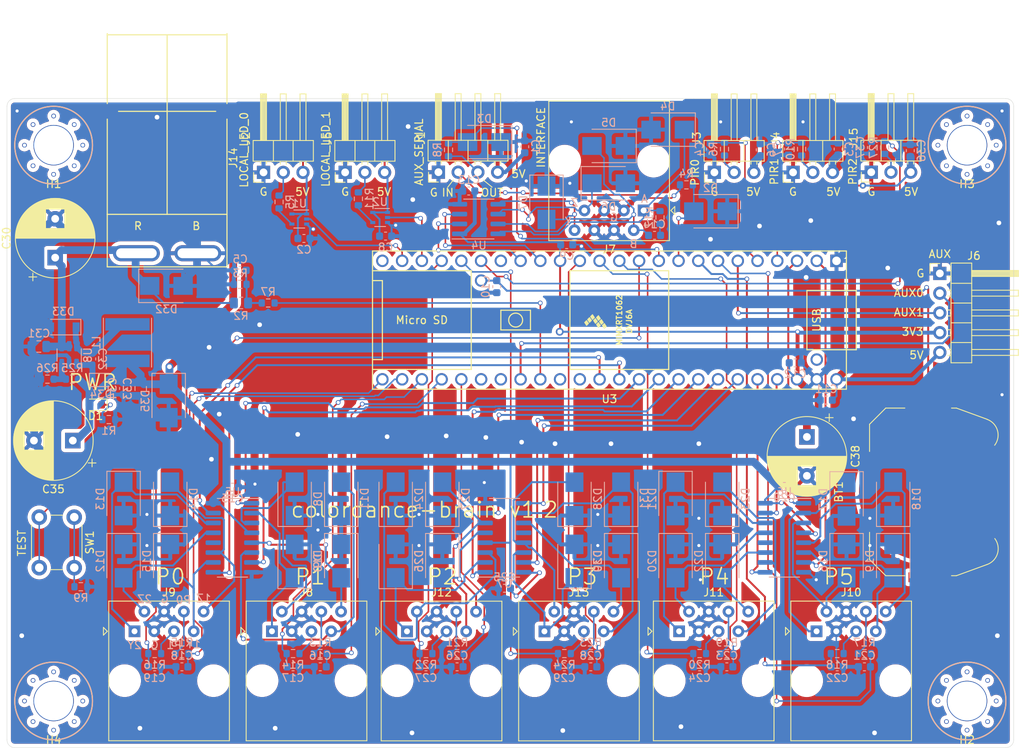
<source format=kicad_pcb>
(kicad_pcb (version 20221018) (generator pcbnew)
  (layers (0 "F.Cu" signal) (31 "B.Cu" signal) (34 "B.Paste" user) (35 "F.Paste" user) (36 "B.SilkS" user "B.Silkscreen") (37 "F.SilkS" user "F.Silkscreen") (38 "B.Mask" user) (39 "F.Mask" user) (44 "Edge.Cuts" user))
  (net 0 "")
  (net 1 "Net-(BT1-Pad1)")
  (net 2 "GND")
  (net 3 "+12V")
  (net 4 "+5V")
  (net 5 "LOCAL_PIR0")
  (net 6 "Net-(C5-Pad1)")
  (net 7 "Net-(C14-Pad1)")
  (net 8 "LOCAL_PIR1")
  (net 9 "+3V3")
  (net 10 "POLE0_PIR0")
  (net 11 "POLE0_PIR1")
  (net 12 "POLE1_PIR0")
  (net 13 "POLE1_PIR1")
  (net 14 "POLE2_PIR0")
  (net 15 "POLE2_PIR1")
  (net 16 "POLE3_PIR0")
  (net 17 "POLE3_PIR1")
  (net 18 "POLE4_PIR0")
  (net 19 "POLE4_PIR1")
  (net 20 "POLE5_PIR0")
  (net 21 "POLE5_PIR1")
  (net 22 "Net-(D1-Pad1)")
  (net 23 "Net-(C32-Pad1)")
  (net 24 "/INTERFACE_B")
  (net 25 "/AUX_SERIAL_IN")
  (net 26 "/AUX_SERIAL_OUT")
  (net 27 "/rs422_output/LED1_Z")
  (net 28 "/rs422_output/LED1_Y")
  (net 29 "/rs422_output/LED2_Z")
  (net 30 "/rs422_output/LED2_Y")
  (net 31 "/rs422_output/LED4_Z")
  (net 32 "/rs422_output/LED4_Y")
  (net 33 "/rs422_output/LED3_Z")
  (net 34 "/rs422_output/LED3_Y")
  (net 35 "/sheet6087EBF5/LED1_Z")
  (net 36 "/sheet6087EBF5/LED1_Y")
  (net 37 "/sheet6087EBF5/LED2_Z")
  (net 38 "/sheet6087EBF5/LED2_Y")
  (net 39 "/sheet6087EBF5/LED4_Z")
  (net 40 "/sheet6087EBF5/LED4_Y")
  (net 41 "/sheet6087EBF5/LED3_Z")
  (net 42 "/sheet6087EBF5/LED3_Y")
  (net 43 "/sheet6087FA83/LED1_Z")
  (net 44 "/sheet6087FA83/LED1_Y")
  (net 45 "/sheet6087FA83/LED2_Z")
  (net 46 "/sheet6087FA83/LED2_Y")
  (net 47 "/sheet6087FA83/LED4_Z")
  (net 48 "/sheet6087FA83/LED4_Y")
  (net 49 "/sheet6087FA83/LED3_Z")
  (net 50 "/sheet6087FA83/LED3_Y")
  (net 51 "AUX1")
  (net 52 "AUX0")
  (net 53 "BATT_DIV")
  (net 54 "/INTERFACE_A")
  (net 55 "POLE1_LED1")
  (net 56 "POLE1_LED0")
  (net 57 "POLE0_LED0")
  (net 58 "POLE0_LED1")
  (net 59 "POLE3_LED0")
  (net 60 "POLE3_LED1")
  (net 61 "POLE4_LED1")
  (net 62 "POLE4_LED0")
  (net 63 "POLE2_LED1")
  (net 64 "POLE2_LED0")
  (net 65 "POLE5_LED0")
  (net 66 "POLE5_LED1")
  (net 67 "/INTERFACE_Z")
  (net 68 "/INTERFACE_Y")
  (net 69 "Net-(J2-Pad2)")
  (net 70 "Net-(C32-Pad2)")
  (net 71 "Net-(J3-Pad2)")
  (net 72 "Net-(J4-Pad2)")
  (net 73 "Net-(J5-Pad2)")
  (net 74 "LOCAL_PIR2")
  (net 75 "Net-(J9-Pad5)")
  (net 76 "Net-(J9-Pad6)")
  (net 77 "Net-(J10-Pad5)")
  (net 78 "Net-(J10-Pad6)")
  (net 79 "Net-(J11-Pad5)")
  (net 80 "Net-(J11-Pad6)")
  (net 81 "Net-(J12-Pad5)")
  (net 82 "Net-(J12-Pad6)")
  (net 83 "Net-(J13-Pad5)")
  (net 84 "Net-(J13-Pad6)")
  (net 85 "Net-(J1-Pad3)")
  (net 86 "Net-(J1-Pad2)")
  (net 87 "Net-(R5-Pad1)")
  (net 88 "Net-(R9-Pad1)")
  (net 89 "Net-(J8-Pad6)")
  (net 90 "Net-(J8-Pad5)")
  (net 91 "/SW_BUILTIN")
  (net 92 "Net-(J15-Pad2)")
  (net 93 "Net-(R11-Pad1)")
  (net 94 "/INTERFACE_IN")
  (net 95 "/INTERFACE_OUT")
  (net 96 "Net-(R25-Pad2)")
  (net 105 "LOCAL_LED_0")
  (net 106 "LOCAL_LED_1")
  (footprint "LED_SMD:LED_0603_1608Metric" (layer "F.Cu") (at 26.4 85.9 180)
    (fp_text reference "D1")
    (fp_text value "LED")
  )
  (footprint "Connector_PinHeader_2.54mm:PinHeader_1x03_P2.54mm_Horizontal" (layer "F.Cu") (at 48 56 90)
    (fp_text reference "J2")
    (fp_text value "Conn_01x03")
  )
  (footprint "Connector_PinHeader_2.54mm:PinHeader_1x03_P2.54mm_Horizontal" (layer "F.Cu") (at 58.5 56 90)
    (fp_text reference "J5")
    (fp_text value "Conn_01x03")
  )
  (footprint "Connector_PinHeader_2.54mm:PinHeader_1x03_P2.54mm_Horizontal" (layer "F.Cu") (at 116.12 56 90)
    (fp_text reference "J4")
    (fp_text value "Conn_01x03")
  )
  (footprint "Connector_PinHeader_2.54mm:PinHeader_1x05_P2.54mm_Horizontal" (layer "F.Cu") (at 135 69)
    (fp_text reference "J6")
    (fp_text value "Conn_01x05")
  )
  (footprint "Connector_RJ:RJ45_Amphenol_54602-x08_Horizontal" (layer "F.Cu") (at 119.145 115.031924)
    (fp_text reference "J10")
    (fp_text value "RJ45")
  )
  (footprint "Connector_RJ:RJ45_Amphenol_54602-x08_Horizontal" (layer "F.Cu") (at 66.455 115.041924)
    (fp_text reference "J12")
    (fp_text value "RJ45")
  )
  (footprint "Homebrew:Teensy41_stripped" (layer "F.Cu") (at 92.5 75 180)
    (fp_text reference "U3")
    (fp_text value "Teensy4.1")
  )
  (footprint "Connector_RJ:RJ45_Amphenol_54602-x08_Horizontal" (layer "F.Cu") (at 101.465 115.031924)
    (fp_text reference "J11")
    (fp_text value "RJ45")
  )
  (footprint "Connector_RJ:RJ45_Amphenol_54602-x08_Horizontal" (layer "F.Cu") (at 49.085 115.031924)
    (fp_text reference "J8")
    (fp_text value "RJ45")
  )
  (footprint "Connector_RJ:RJ45_Amphenol_54602-x08_Horizontal" (layer "F.Cu") (at 31.405 115.031924)
    (fp_text reference "J9")
    (fp_text value "RJ45")
  )
  (footprint "Connector_RJ:RJ45_Amphenol_54602-x08_Horizontal" (layer "F.Cu") (at 84.135 115.041924)
    (fp_text reference "J13")
    (fp_text value "RJ45")
  )
  (footprint "Homebrew:HOLE_5MM_#8" (layer "F.Cu") (at 21 52.5)
    (fp_text reference "H1")
    (fp_text value "HOLE")
  )
  (footprint "Homebrew:HOLE_5MM_#8" (layer "F.Cu") (at 138.5 124)
    (fp_text reference "H2")
    (fp_text value "HOLE")
  )
  (footprint "Homebrew:HOLE_5MM_#8" (layer "F.Cu") (at 138.5 52.5)
    (fp_text reference "H3")
    (fp_text value "HOLE")
  )
  (footprint "Homebrew:HOLE_5MM_#8" (layer "F.Cu") (at 21 124)
    (fp_text reference "H4")
    (fp_text value "HOLE")
  )
  (footprint "Connector_PinHeader_2.54mm:PinHeader_1x03_P2.54mm_Horizontal" (layer "F.Cu") (at 106 56 90)
    (fp_text reference "J3")
    (fp_text value "Conn_01x03")
  )
  (footprint "Battery:BatteryHolder_Keystone_3034_1x20mm" (layer "F.Cu") (at 133.5 97.1 90)
    (fp_text reference "BT1")
    (fp_text value "Battery_Cell")
  )
  (footprint "Connector_PinHeader_2.54mm:PinHeader_1x03_P2.54mm_Horizontal" (layer "F.Cu") (at 126.175 55.975 90)
    (fp_text reference "J15")
    (fp_text value "Conn_01x03")
  )
  (footprint "Connector_RJ:RJ45_Amphenol_54602-x08_Horizontal" (layer "F.Cu") (at 96.9 60.9 180)
    (fp_text reference "J7")
    (fp_text value "RJ45")
  )
  (footprint "Capacitor_THT:CP_Radial_D10.0mm_P5.00mm" (layer "F.Cu") (at 23.467677 90.5 180)
    (fp_text reference "C35")
    (fp_text value "470uF")
  )
  (footprint "Homebrew:Anderson_1336G1_right_angle_bottom_two" (layer "F.Cu") (at 35.6 66.4)
    (fp_text reference "J14")
    (fp_text value "Anderson")
  )
  (footprint "Capacitor_THT:CP_Radial_D10.0mm_P5.00mm" (layer "F.Cu") (at 21.2 66.967677 90)
    (fp_text reference "C30")
    (fp_text value "470uF")
  )
  (footprint "Connector_PinHeader_2.54mm:PinHeader_1x04_P2.54mm_Horizontal" (layer "F.Cu") (at 70.5 55.975 90)
    (fp_text reference "J1")
    (fp_text value "Conn_01x04")
  )
  (footprint "Button_Switch_THT:SW_PUSH_6mm" (layer "F.Cu") (at 23.65 100.35 -90)
    (fp_text reference "SW1")
    (fp_text value "SW_SPST")
  )
  (footprint "Capacitor_THT:CP_Radial_D10.0mm_P5.00mm" (layer "F.Cu") (at 117.9 90.032323 -90)
    (fp_text reference "C38")
    (fp_text value "470uF")
  )
  (footprint "Capacitor_SMD:C_0603_1608Metric" (layer "B.Cu") (at 53.2 64.5)
    (fp_text reference "C2")
    (fp_text value "0.1uF")
  )
  (footprint "Capacitor_SMD:C_0603_1608Metric" (layer "B.Cu") (at 121.92 53 90)
    (fp_text reference "C3")
    (fp_text value "0.1uF")
  )
  (footprint "Capacitor_SMD:C_0603_1608Metric" (layer "B.Cu") (at 105.5 53 -90)
    (fp_text reference "C4")
    (fp_text value "22nF")
  )
  (footprint "Capacitor_SMD:C_0603_1608Metric" (layer "B.Cu") (at 63.7 64.2)
    (fp_text reference "C8")
    (fp_text value "0.1uF")
  )
  (footprint "Capacitor_SMD:C_0603_1608Metric" (layer "B.Cu") (at 111.9 53.1 90)
    (fp_text reference "C6")
    (fp_text value "0.1uF")
  )
  (footprint "Capacitor_SMD:C_0603_1608Metric" (layer "B.Cu") (at 115.52 53 -90)
    (fp_text reference "C7")
    (fp_text value "22nF")
  )
  (footprint "Capacitor_SMD:C_0603_1608Metric" (layer "B.Cu") (at 78 70.7 -90)
    (fp_text reference "C10")
    (fp_text value "0.1uF")
  )
  (footprint "Capacitor_SMD:C_0603_1608Metric" (layer "B.Cu") (at 120.4 85.3 180)
    (fp_text reference "C11")
    (fp_text value "0.1uF")
  )
  (footprint "Capacitor_SMD:C_0603_1608Metric" (layer "B.Cu") (at 116.4 80.5)
    (fp_text reference "C12")
    (fp_text value "0.1uF")
  )
  (footprint "Capacitor_SMD:C_0603_1608Metric" (layer "B.Cu") (at 44 96.5)
    (fp_text reference "C15")
    (fp_text value "0.1uF")
  )
  (footprint "Capacitor_SMD:C_0603_1608Metric" (layer "B.Cu") (at 55.3 119.6 180)
    (fp_text reference "C16")
    (fp_text value "22nF")
  )
  (footprint "Capacitor_SMD:C_0603_1608Metric" (layer "B.Cu") (at 51.8 119.6)
    (fp_text reference "C17")
    (fp_text value "22nF")
  )
  (footprint "Capacitor_SMD:C_0603_1608Metric" (layer "B.Cu") (at 115 96.4)
    (fp_text reference "C20")
    (fp_text value "0.1uF")
  )
  (footprint "Capacitor_SMD:C_0603_1608Metric" (layer "B.Cu") (at 125.3 119.6 180)
    (fp_text reference "C21")
    (fp_text value "22nF")
  )
  (footprint "Capacitor_SMD:C_0603_1608Metric" (layer "B.Cu") (at 121.8 119.6)
    (fp_text reference "C22")
    (fp_text value "22nF")
  )
  (footprint "Capacitor_SMD:C_0603_1608Metric" (layer "B.Cu") (at 79 109.5 180)
    (fp_text reference "C25")
    (fp_text value "0.1uF")
  )
  (footprint "Capacitor_SMD:C_0603_1608Metric" (layer "B.Cu") (at 72.9 119.6 180)
    (fp_text reference "C26")
    (fp_text value "22nF")
  )
  (footprint "Capacitor_SMD:C_0603_1608Metric" (layer "B.Cu") (at 68.9 119.6)
    (fp_text reference "C27")
    (fp_text value "22nF")
  )
  (footprint "Diode_SMD:D_SMB" (layer "B.Cu") (at 52 106 90)
    (fp_text reference "D9")
    (fp_text value "D_TVS_DATA")
  )
  (footprint "Diode_SMD:D_SMB" (layer "B.Cu") (at 58 106 -90)
    (fp_text reference "D10")
    (fp_text value "D_TVS_DATA")
  )
  (footprint "Diode_SMD:D_SMB" (layer "B.Cu") (at 58 98 90)
    (fp_text reference "D11")
    (fp_text value "D_TVS_DATA")
  )
  (footprint "Diode_SMD:D_SMB" (layer "B.Cu") (at 30 106 -90)
    (fp_text reference "D12")
    (fp_text value "D_TVS_DATA")
  )
  (footprint "Diode_SMD:D_SMB" (layer "B.Cu") (at 30 98 -90)
    (fp_text reference "D13")
    (fp_text value "D_TVS_DATA")
  )
  (footprint "Diode_SMD:D_SMB" (layer "B.Cu") (at 36 98 90)
    (fp_text reference "D14")
    (fp_text value "D_TVS_DATA")
  )
  (footprint "Diode_SMD:D_SMB" (layer "B.Cu") (at 36 106 -90)
    (fp_text reference "D15")
    (fp_text value "D_TVS_DATA")
  )
  (footprint "Diode_SMD:D_SMB" (layer "B.Cu") (at 123 106 -90)
    (fp_text reference "D16")
    (fp_text value "D_TVS_DATA")
  )
  (footprint "Diode_SMD:D_SMB" (layer "B.Cu") (at 123 98.05 -90)
    (fp_text reference "D17")
    (fp_text value "D_TVS_DATA")
  )
  (footprint "Diode_SMD:D_SMB" (layer "B.Cu") (at 129 98 90)
    (fp_text reference "D18")
    (fp_text value "D_TVS_DATA")
  )
  (footprint "Diode_SMD:D_SMB" (layer "B.Cu") (at 129 106 -90)
    (fp_text reference "D19")
    (fp_text value "D_TVS_DATA")
  )
  (footprint "Diode_SMD:D_SMB" (layer "B.Cu") (at 101 106 -90)
    (fp_text reference "D20")
    (fp_text value "D_TVS_DATA")
  )
  (footprint "Diode_SMD:D_SMB" (layer "B.Cu") (at 107 106 -90)
    (fp_text reference "D22")
    (fp_text value "D_TVS_DATA")
  )
  (footprint "Diode_SMD:D_SMB" (layer "B.Cu") (at 65 98 90)
    (fp_text reference "D24")
    (fp_text value "D_TVS_DATA")
  )
  (footprint "Diode_SMD:D_SMB" (layer "B.Cu") (at 71 106 -90)
    (fp_text reference "D26")
    (fp_text value "D_TVS_DATA")
  )
  (footprint "Diode_SMD:D_SMB" (layer "B.Cu") (at 71 98 90)
    (fp_text reference "D27")
    (fp_text value "D_TVS_DATA")
  )
  (footprint "Diode_SMD:D_SMB" (layer "B.Cu") (at 88 98 90)
    (fp_text reference "D28")
    (fp_text value "D_TVS_DATA")
  )
  (footprint "Diode_SMD:D_SMB" (layer "B.Cu") (at 88 106 90)
    (fp_text reference "D29")
    (fp_text value "D_TVS_DATA")
  )
  (footprint "Diode_SMD:D_SMB" (layer "B.Cu") (at 94 98 90)
    (fp_text reference "D31")
    (fp_text value "D_TVS_DATA")
  )
  (footprint "Resistor_SMD:R_0603_1608Metric" (layer "B.Cu") (at 28.1 87.8)
    (fp_text reference "R1")
    (fp_text value "10k")
  )
  (footprint "Resistor_SMD:R_0805_2012Metric" (layer "B.Cu") (at 45.1 72.8)
    (fp_text reference "R2")
    (fp_text value "1.2M")
  )
  (footprint "Resistor_SMD:R_0603_1608Metric" (layer "B.Cu") (at 45 70.4 180)
    (fp_text reference "R3")
    (fp_text value "330k")
  )
  (footprint "Package_SO:SOIC-16_3.9x9.9mm_P1.27mm" (layer "B.Cu") (at 79 103)
    (fp_text reference "U7")
    (fp_text value "AM26LS31x")
  )
  (footprint "Package_SO:SOIC-16_3.9x9.9mm_P1.27mm" (layer "B.Cu") (at 44 103 180)
    (fp_text reference "U5")
    (fp_text value "AM26LS31x")
  )
  (footprint "Package_SO:SOIC-16_3.9x9.9mm_P1.27mm" (layer "B.Cu") (at 115 103 180)
    (fp_text reference "U6")
    (fp_text value "AM26LS31x")
  )
  (footprint "Diode_SMD:D_SMB" (layer "B.Cu") (at 65 106 90)
    (fp_text reference "D25")
    (fp_text value "D_TVS_DATA")
  )
  (footprint "Diode_SMD:D_SMB" (layer "B.Cu") (at 94 106 -90)
    (fp_text reference "D30")
    (fp_text value "D_TVS_DATA")
  )
  (footprint "Diode_SMD:D_SMB" (layer "B.Cu") (at 107 98 90)
    (fp_text reference "D23")
    (fp_text value "D_TVS_DATA")
  )
  (footprint "Diode_SMD:D_SMB" (layer "B.Cu") (at 101 98 -90)
    (fp_text reference "D21")
    (fp_text value "D_TVS_DATA")
  )
  (footprint "Capacitor_SMD:C_0603_1608Metric" (layer "B.Cu") (at 45 68.6 180)
    (fp_text reference "C5")
    (fp_text value "0.1uF")
  )
  (footprint "Diode_SMD:D_SMB" (layer "B.Cu") (at 52 98 90)
    (fp_text reference "D8")
    (fp_text value "D_TVS_DATA")
  )
  (footprint "Package_TO_SOT_SMD:SOT-353_SC-70-5" (layer "B.Cu") (at 52.6 62 180)
    (fp_text reference "U1")
    (fp_text value "74AHCT1G126")
  )
  (footprint "Package_TO_SOT_SMD:SOT-353_SC-70-5" (layer "B.Cu") (at 63 61.8 180)
    (fp_text reference "U2")
    (fp_text value "74AHCT1G126")
  )
  (footprint "Capacitor_SMD:C_0603_1608Metric" (layer "B.Cu") (at 34 119.6)
    (fp_text reference "C19")
    (fp_text value "22nF")
  )
  (footprint "Diode_SMD:D_SOD-323" (layer "B.Cu") (at 27.1 82.7)
    (fp_text reference "D34")
    (fp_text value "D")
  )
  (footprint "Diode_SMD:D_SMB" (layer "B.Cu") (at 35.5 70.6)
    (fp_text reference "D32")
    (fp_text value "D_TVS_12V")
  )
  (footprint "Resistor_SMD:R_0603_1608Metric" (layer "B.Cu") (at 102.4 57.6 180)
    (fp_text reference "R4")
    (fp_text value "100")
  )
  (footprint "Resistor_SMD:R_0603_1608Metric" (layer "B.Cu") (at 125.3 117.9 180)
    (fp_text reference "R17")
    (fp_text value "1k")
  )
  (footprint "Capacitor_SMD:C_0805_2012Metric" (layer "B.Cu") (at 19.1 78.4 180)
    (fp_text reference "C31")
    (fp_text value "22uF")
  )
  (footprint "Diode_SMD:D_SMB" (layer "B.Cu") (at 35.8 85.4 -90)
    (fp_text reference "D35")
    (fp_text value "D_TVS_5V")
  )
  (footprint "Resistor_SMD:R_0603_1608Metric" (layer "B.Cu") (at 37.5 117.9 180)
    (fp_text reference "R15")
    (fp_text value "1k")
  )
  (footprint "Resistor_SMD:R_0603_1608Metric" (layer "B.Cu") (at 23.4 82.6 180)
    (fp_text reference "R25")
    (fp_text value "11.5k")
  )
  (footprint "Capacitor_SMD:C_0603_1608Metric" (layer "B.Cu") (at 98.3 64.1 180)
    (fp_text reference "C14")
    (fp_text value "1300pF")
  )
  (footprint "Diode_SMD:D_SMB" (layer "B.Cu") (at 100 50.5 180)
    (fp_text reference "D4")
    (fp_text value "D_TVS_DATA")
  )
  (footprint "Package_TO_SOT_SMD:SOT-23-6" (layer "B.Cu") (at 23 79.5 90)
    (fp_text reference "U8")
    (fp_text value "AP3211")
  )
  (footprint "Capacitor_SMD:C_0603_1608Metric" (layer "B.Cu") (at 25.9 80 90)
    (fp_text reference "C32")
    (fp_text value "10nF")
  )
  (footprint "Resistor_SMD:R_0603_1608Metric" (layer "B.Cu") (at 127.9 52.8 -90)
    (fp_text reference "R27")
    (fp_text value "1k")
  )
  (footprint "Capacitor_SMD:C_0603_1608Metric" (layer "B.Cu") (at 74.4 58.4 180)
    (fp_text reference "C13")
    (fp_text value "0.1uF")
  )
  (footprint "Capacitor_SMD:C_0603_1608Metric" (layer "B.Cu") (at 126.2 52.8 -90)
    (fp_text reference "C37")
    (fp_text value "22nF")
  )
  (footprint "Resistor_SMD:R_0603_1608Metric" (layer "B.Cu") (at 20.2 82.6 180)
    (fp_text reference "R26")
    (fp_text value "2.21k")
  )
  (footprint "Resistor_SMD:R_0603_1608Metric" (layer "B.Cu") (at 90.1 117.9 180)
    (fp_text reference "R23")
    (fp_text value "1k")
  )
  (footprint "Diode_SMD:D_SMB" (layer "B.Cu") (at 84.4 59.9 -90)
    (fp_text reference "D7")
    (fp_text value "D_TVS_DATA")
  )
  (footprint "Resistor_SMD:R_0603_1608Metric" (layer "B.Cu") (at 24.5 109.3)
    (fp_text reference "R9")
    (fp_text value "1k")
  )
  (footprint "Resistor_SMD:R_0603_1608Metric" (layer "B.Cu") (at 55.3 117.9 180)
    (fp_text reference "R13")
    (fp_text value "1k")
  )
  (footprint "Capacitor_SMD:C_0603_1608Metric" (layer "B.Cu") (at 37.5 119.6 180)
    (fp_text reference "C18")
    (fp_text value "22nF")
  )
  (footprint "Resistor_SMD:R_0603_1608Metric" (layer "B.Cu") (at 60.2 59.4 90)
    (fp_text reference "R11")
    (fp_text value "100")
  )
  (footprint "Resistor_SMD:R_0603_1608Metric" (layer "B.Cu") (at 99 61.8 -90)
    (fp_text reference "R12")
    (fp_text value "120")
  )
  (footprint "Capacitor_SMD:C_0603_1608Metric" (layer "B.Cu") (at 87 65.3)
    (fp_text reference "C9")
    (fp_text value "0.1uF")
  )
  (footprint "Package_SO:SOIC-8_3.9x4.9mm_P1.27mm" (layer "B.Cu") (at 75.7 62)
    (fp_text reference "U4")
    (fp_text value "ISL83490")
  )
  (footprint "Resistor_SMD:R_0603_1608Metric" (layer "B.Cu") (at 107.6 117.9 180)
    (fp_text reference "R19")
    (fp_text value "1k")
  )
  (footprint "Inductor_SMD:L_Taiyo-Yuden_NR-60xx" (layer "B.Cu") (at 30.5 77.9 -90)
    (fp_text reference "L1")
    (fp_text value "5.6uH")
  )
  (footprint "Resistor_SMD:R_0603_1608Metric" (layer "B.Cu") (at 68.9 117.9)
    (fp_text reference "R22")
    (fp_text value "1k")
  )
  (footprint "Resistor_SMD:R_0603_1608Metric" (layer "B.Cu") (at 121.8 117.9)
    (fp_text reference "R18")
    (fp_text value "1k")
  )
  (footprint "Capacitor_SMD:C_0805_2012Metric" (layer "B.Cu") (at 32.2 83.8 -90)
    (fp_text reference "C33")
    (fp_text value "22uF")
  )
  (footprint "Capacitor_SMD:C_0603_1608Metric" (layer "B.Cu") (at 107.6 119.6 180)
    (fp_text reference "C23")
    (fp_text value "22nF")
  )
  (footprint "Resistor_SMD:R_0603_1608Metric" (layer "B.Cu") (at 71.8 53.1 -90)
    (fp_text reference "R8")
    (fp_text value "100")
  )
  (footprint "Resistor_SMD:R_0603_1608Metric" (layer "B.Cu") (at 51.8 117.9)
    (fp_text reference "R14")
    (fp_text value "1k")
  )
  (footprint "Capacitor_SMD:C_0603_1608Metric" (layer "B.Cu") (at 90.1 119.6 180)
    (fp_text reference "C28")
    (fp_text value "22nF")
  )
  (footprint "Resistor_SMD:R_0603_1608Metric" (layer "B.Cu") (at 48.6 72.8 180)
    (fp_text reference "R7")
    (fp_text value "1k")
  )
  (footprint "Capacitor_SMD:C_0603_1608Metric" (layer "B.Cu") (at 30 83.8 -90)
    (fp_text reference "C34")
    (fp_text value "0.1uF")
  )
  (footprint "Resistor_SMD:R_0603_1608Metric" (layer "B.Cu") (at 104.1 117.9)
    (fp_text reference "R20")
    (fp_text value "1k")
  )
  (footprint "Diode_SMD:D_SOD-123" (layer "B.Cu") (at 22.25 75.9 180)
    (fp_text reference "D33")
    (fp_text value "SCHOTTKY")
  )
  (footprint "Resistor_SMD:R_0603_1608Metric" (layer "B.Cu") (at 50 59.8 90)
    (fp_text reference "R5")
    (fp_text value "100")
  )
  (footprint "Capacitor_SMD:C_0603_1608Metric" (layer "B.Cu") (at 104.1 119.6)
    (fp_text reference "C24")
    (fp_text value "22nF")
  )
  (footprint "Resistor_SMD:R_0603_1608Metric" (layer "B.Cu") (at 107.3 53 -90)
    (fp_text reference "R6")
    (fp_text value "1k")
  )
  (footprint "Capacitor_SMD:C_0603_1608Metric" (layer "B.Cu") (at 86.7 119.6)
    (fp_text reference "C29")
    (fp_text value "22nF")
  )
  (footprint "Resistor_SMD:R_0603_1608Metric" (layer "B.Cu") (at 86.7 117.9)
    (fp_text reference "R24")
    (fp_text value "1k")
  )
  (footprint "Resistor_SMD:R_0603_1608Metric" (layer "B.Cu") (at 72.9 117.9 180)
    (fp_text reference "R21")
    (fp_text value "1k")
  )
  (footprint "Capacitor_SMD:C_0603_1608Metric" (layer "B.Cu") (at 81.6 52.7 90)
    (fp_text reference "C1")
    (fp_text value "0.1uF")
  )
  (footprint "Diode_SMD:D_SMB" (layer "B.Cu") (at 105.5 61 180)
    (fp_text reference "D2")
    (fp_text value "D_TVS_5V")
  )
  (footprint "Resistor_SMD:R_0603_1608Metric" (layer "B.Cu") (at 117.22 53 -90)
    (fp_text reference "R10")
    (fp_text value "1k")
  )
  (footprint "Diode_SMD:D_SMB" (layer "B.Cu") (at 92.4 52.6 180)
    (fp_text reference "D5")
    (fp_text value "D_TVS_DATA")
  )
  (footprint "Resistor_SMD:R_0603_1608Metric" (layer "B.Cu") (at 34 117.9)
    (fp_text reference "R16")
    (fp_text value "1k")
  )
  (footprint "Diode_SMD:D_SMB" (layer "B.Cu") (at 76.4 52.1 180)
    (fp_text reference "D3")
    (fp_text value "D_TVS_5V")
  )
  (footprint "Diode_SMD:D_SMB" (layer "B.Cu") (at 92.4 57.4)
    (fp_text reference "D6")
    (fp_text value "D_TVS_DATA")
  )
  (footprint "Capacitor_SMD:C_0603_1608Metric" (layer "B.Cu") (at 131.2 53.2 90)
    (fp_text reference "C36")
    (fp_text value "0.1uF")
  )
  (gr_line (start 71.7 57.9) (end 72.4 57) (stroke (width 0.12)) (layer "F.SilkS"))
  (gr_line (start 77.4 57.9) (end 76.3 57) (stroke (width 0.12)) (layer "F.SilkS"))
  (gr_line (start 144.5 129) (end 144.5 47.5) (stroke (width 0.05)) (layer "Edge.Cuts"))
  (gr_arc (start 16 130) (mid 15.292893 129.707107) (end 15 129) (stroke (width 0.05)) (layer "Edge.Cuts"))
  (gr_line (start 16 130) (end 143.5 130) (stroke (width 0.05)) (layer "Edge.Cuts"))
  (gr_arc (start 143.5 46.5) (mid 144.207107 46.792893) (end 144.5 47.5) (stroke (width 0.05)) (layer "Edge.Cuts"))
  (gr_arc (start 144.5 129) (mid 144.207107 129.707107) (end 143.5 130) (stroke (width 0.05)) (layer "Edge.Cuts"))
  (gr_line (start 15 129) (end 15 47.5) (stroke (width 0.05)) (layer "Edge.Cuts"))
  (gr_arc (start 15 47.5) (mid 15.292893 46.792893) (end 16 46.5) (stroke (width 0.05)) (layer "Edge.Cuts"))
  (gr_line (start 16 46.5) (end 143.5 46.5) (stroke (width 0.05)) (layer "Edge.Cuts"))
  (gr_text "2Y" (at 31.4 116.8) (layer "B.SilkS") (effects (font (size 1 1)) (justify mirror)))
  (gr_text "P0" (at 37.7 111) (layer "B.SilkS") (effects (font (size 1 1)) (justify mirror)))
  (gr_text "1Z" (at 40.3 110.8) (layer "B.SilkS") (effects (font (size 1 1)) (justify mirror)))
  (gr_text "2Z" (at 32.7 110.9) (layer "B.SilkS") (effects (font (size 1 1)) (justify mirror)))
  (gr_text "G" (at 34 116.8) (layer "B.SilkS") (effects (font (size 1 1)) (justify mirror)))
  (gr_text "G" (at 93.1 61.8) (layer "B.SilkS") (effects (font (size 1 1)) (justify mirror)))
  (gr_text "G" (at 35.3 110.9) (layer "B.SilkS") (effects (font (size 1 1)) (justify mirror)))
  (gr_text "Y" (at 87.2 62.3) (layer "B.SilkS") (effects (font (size 1 1)) (justify mirror)))
  (gr_text "A" (at 97 59.4) (layer "B.SilkS") (effects (font (size 1 1)) (justify mirror)))
  (gr_text "1Y" (at 39 116.7) (layer "B.SilkS") (effects (font (size 1 1)) (justify mirror)))
  (gr_text "B" (at 95.6 65.2) (layer "B.SilkS") (effects (font (size 1 1)) (justify mirror)))
  (gr_text "P1" (at 36.5 116.8) (layer "B.SilkS") (effects (font (size 1 1)) (justify mirror)))
  (gr_text "Z" (at 88 59.9) (layer "B.SilkS") (effects (font (size 1 1)) (justify mirror)))
  (gr_text "P0" (at 36 108) (layer "F.SilkS") (effects (font (size 2 2) (thickness 0.2))))
  (gr_text "P1" (at 54 108) (layer "F.SilkS") (effects (font (size 2 2) (thickness 0.2))))
  (gr_text "P2" (at 71 108) (layer "F.SilkS") (effects (font (size 2 2) (thickness 0.2))))
  (gr_text "P3" (at 89 108) (layer "F.SilkS") (effects (font (size 2 2) (thickness 0.2))))
  (gr_text "P4" (at 106 108) (layer "F.SilkS") (effects (font (size 2 2) (thickness 0.2))))
  (gr_text "P5" (at 122 108) (layer "F.SilkS") (effects (font (size 2 2) (thickness 0.2))))
  (gr_text "LOCAL_LED_1" (at 56 53 90) (layer "F.SilkS") (effects (font (size 1 1))))
  (gr_text "G" (at 58.5 58.5) (layer "F.SilkS") (effects (font (size 1 1))))
  (gr_text "5V" (at 63.5 58.5) (layer "F.SilkS") (effects (font (size 1 1))))
  (gr_text "G" (at 106 58.5) (layer "F.SilkS") (effects (font (size 1 1))))
  (gr_text "G" (at 126.2 58.5) (layer "F.SilkS") (effects (font (size 1 1))))
  (gr_text "5V" (at 111 58.5) (layer "F.SilkS") (effects (font (size 1 1))))
  (gr_text "5V" (at 131.3 58.5) (layer "F.SilkS") (effects (font (size 1 1))))
  (gr_text "5V" (at 132 79.5) (layer "F.SilkS") (effects (font (size 1 1))))
  (gr_text "G" (at 132.5 69) (layer "F.SilkS") (effects (font (size 1 1))))
  (gr_text "AUX" (at 135 66.5) (layer "F.SilkS") (effects (font (size 1 1))))
  (gr_text "5V" (at 80.8 56.2) (layer "F.SilkS") (effects (font (size 1 1))))
  (gr_text "AUX0" (at 131 71.5) (layer "F.SilkS") (effects (font (size 1 1))))
  (gr_text "PIR2" (at 123.8 55.9 90) (layer "F.SilkS") (effects (font (size 1 1))))
  (gr_text "AUX1" (at 131 74) (layer "F.SilkS") (effects (font (size 1 1))))
  (gr_text "G" (at 48 58.5) (layer "F.SilkS") (effects (font (size 1 1))))
  (gr_text "G" (at 116.1 58.5) (layer "F.SilkS") (effects (font (size 1 1))))
  (gr_text "PIR1" (at 113.7 55.9 90) (layer "F.SilkS") (effects (font (size 1 1))))
  (gr_text "TEST" (at 16.9 103.7 90) (layer "F.SilkS") (effects (font (size 1 1))))
  (gr_text "PWR" (at 26 83) (layer "F.SilkS") (effects (font (size 2 2) (thickness 0.2))))
  (gr_text "G" (at 69.9 58.6) (layer "F.SilkS") (effects (font (size 1 1))))
  (gr_text "AUX_SERIAL" (at 68 57.8 90) (layer "F.SilkS") (effects (font (size 1 1)) (justify left)))
  (gr_text "3V3" (at 131.5 76.5) (layer "F.SilkS") (effects (font (size 1 1))))
  (gr_text "colordance-brain v1.2" (at 68.7 99.4) (layer "F.SilkS") (effects (font (size 2 2) (thickness 0.2))))
  (gr_text "OUT" (at 77.4 58.6) (layer "F.SilkS") (effects (font (size 1 1))))
  (gr_text "5V" (at 53 58.5) (layer "F.SilkS") (effects (font (size 1 1))))
  (gr_text "INTERFACE" (at 83.7 51.5 90) (layer "F.SilkS") (effects (font (size 1 1))))
  (gr_text "IN" (at 71.7 58.6) (layer "F.SilkS") (effects (font (size 1 1))))
  (gr_text "5V" (at 121.3 58.5) (layer "F.SilkS") (effects (font (size 1 1))))
  (gr_text "PIR0" (at 103.5 56 90) (layer "F.SilkS") (effects (font (size 1 1))))
  (gr_text "LOCAL_LED_0" (at 45.5 53.1 90) (layer "F.SilkS") (effects (font (size 1 1))))
  (segment (start 136.168002 86.115) (end 133.5 86.115) (width 0.25) (layer "F.Cu") (net 1))
  (segment (start 133.5 71) (end 133.3 70.8) (width 0.25) (layer "F.Cu") (net 1))
  (segment (start 136.29 108.085) (end 142.725001 101.649999) (width 0.25) (layer "F.Cu") (net 1))
  (segment (start 133.5 86.115) (end 133.5 71) (width 0.25) (layer "F.Cu") (net 1))
  (segment (start 142.725001 101.649999) (end 142.725001 92.671999) (width 0.25) (layer "F.Cu") (net 1))
  (segment (start 142.725001 92.671999) (end 136.168002 86.115) (width 0.25) (layer "F.Cu") (net 1))
  (segment (start 133.5 108.085) (end 136.29 108.085) (width 0.25) (layer "F.Cu") (net 1))
  (via (at 133.3 70.8) (size 0.6) (drill 0.4) (layers "F.Cu" "B.Cu") (net 1))
  (segment (start 78 69.925) (end 75.995 69.925) (width 0.25) (layer "B.Cu") (net 1))
  (segment (start 133.3 70.8) (end 132.875499 71.224501) (width 0.25) (layer "B.Cu") (net 1))
  (segment (start 79.299501 71.224501) (end 78 69.925) (width 0.25) (layer "B.Cu") (net 1))
  (segment (start 132.875499 71.224501) (end 79.299501 71.224501) (width 0.25) (layer "B.Cu") (net 1))
  (segment (start 75.995 69.925) (end 75.99 69.92) (width 0.25) (layer "B.Cu") (net 1))
  (segment (start 58.5 59.2) (end 54.4 63.3) (width 0.25) (layer "F.Cu") (net 2))
  (segment (start 58.5 56) (end 58.5 59.2) (width 0.25) (layer "F.Cu") (net 2))
  (via (at 46.9 96.1) (size 0.6) (drill 0.4) (layers "F.Cu" "B.Cu") (net 2))
  (via (at 119.1 108.4) (size 0.6) (drill 0.4) (layers "F.Cu" "B.Cu") (net 2))
  (via (at 85.5 90.9) (size 1) (drill 0.6) (layers "F.Cu" "B.Cu") (net 2))
  (via (at 104.2 108.4) (size 0.6) (drill 0.4) (layers "F.Cu" "B.Cu") (net 2))
  (via (at 92.7 90.9) (size 1) (drill 0.6) (layers "F.Cu" "B.Cu") (net 2))
  (via (at 118.4 62.2) (size 1) (drill 0.6) (layers "F.Cu" "B.Cu") (net 2))
  (via (at 63.9 90) (size 1) (drill 0.6) (layers "F.Cu" "B.Cu") (net 2))
  (via (at 67.2 59.5) (size 1) (drill 0.6) (layers "F.Cu" "B.Cu") (net 2))
  (via (at 126 104) (size 0.6) (drill 0.4) (layers "F.Cu" "B.Cu") (net 2))
  (via (at 16.3 48.1) (size 0.6) (drill 0.4) (layers "F.Cu" "B.Cu") (net 2))
  (via (at 88.9 65.5) (size 0.6) (drill 0.4) (layers "F.Cu" "B.Cu") (net 2))
  (via (at 143 84.6) (size 0.6) (drill 0.4) (layers "F.Cu" "B.Cu") (net 2))
  (via (at 49.5 127.5) (size 1) (drill 0.6) (layers "F.Cu" "B.Cu") (net 2))
  (via (at 42.3 87.1) (size 1) (drill 0.6) (layers "F.Cu" "B.Cu") (net 2))
  (via (at 66.6 50.1) (size 1) (drill 0.6) (layers "F.Cu" "B.Cu") (net 2))
  (via (at 47.5 75.6) (size 1) (drill 0.6) (layers "F.Cu" "B.Cu") (net 2))
  (via (at 91 100) (size 0.6) (drill 0.4) (layers "F.Cu" "B.Cu") (net 2))
  (via (at 54.4 63.3) (size 0.6) (drill 0.4) (layers "F.Cu" "B.Cu") (net 2))
  (via (at 142.4 115.6) (size 1) (drill 0.6) (layers "F.Cu" "B.Cu") (net 2))
  (via (at 87.6 49.5) (size 0.6) (drill 0.4) (layers "F.Cu" "B.Cu") (net 2))
  (via (at 128.3 68.3) (size 1) (drill 0.6) (layers "F.Cu" "B.Cu") (net 2))
  (via (at 104 90.9) (size 1) (drill 0.6) (layers "F.Cu" "B.Cu") (net 2))
  (via (at 34.3 48.9) (size 1) (drill 0.6) (layers "F.Cu" "B.Cu") (net 2))
  (via (at 117.8 69.5) (size 1) (drill 0.6) (layers "F.Cu" "B.Cu") (net 2))
  (via (at 91 104) (size 0.6) (drill 0.4) (layers "F.Cu" "B.Cu") (net 2))
  (via (at 65 62.8) (size 0.6) (drill 0.4) (layers "F.Cu" "B.Cu") (net 2))
  (via (at 105.5 64.6) (size 1) (drill 0.6) (layers "F.Cu" "B.Cu") (net 2))
  (via (at 76.6 90.1) (size 1) (drill 0.6) (layers "F.Cu" "B.Cu") (net 2))
  (via (at 71.5 89.9) (size 1) (drill 0.6) (layers "F.Cu" "B.Cu") (net 2))
  (via (at 142.6 62.5) (size 1) (drill 0.6) (layers "F.Cu" "B.Cu") (net 2))
  (via (at 123.9 87.7) (size 1) (drill 0.6) (layers "F.Cu" "B.Cu") (net 2))
  (via (at 68 100) (size 0.6) (drill 0.4) (layers "F.Cu" "B.Cu") (net 2))
  (via (at 33 104) (size 0.6) (drill 0.4) (layers "F.Cu" "B.Cu") (net 2))
  (via (at 68 104) (size 0.6) (drill 0.4) (layers "F.Cu" "B.Cu") (net 2))
  (via (at 126 100.5) (size 0.6) (drill 0.4) (layers "F.Cu" "B.Cu") (net 2))
  (via (at 106.8 49.5) (size 0.6) (drill 0.4) (layers "F.Cu" "B.Cu") (net 2))
  (via (at 55 100) (size 0.6) (drill 0.4) (layers "F.Cu" "B.Cu") (net 2))
  (via (at 104 100.5) (size 0.6) (drill 0.4) (layers "F.Cu" "B.Cu") (net 2))
  (via (at 86.5 127.8) (size 1) (drill 0.6) (layers "F.Cu" "B.Cu") (net 2))
  (via (at 33 100) (size 0.6) (drill 0.4) (layers "F.Cu" "B.Cu") (net 2))
  (via (at 87.4 57.4) (size 0.6) (drill 0.4) (layers "F.Cu" "B.Cu") (net 2))
  (via (at 32.1 127.5) (size 1) (drill 0.6) (layers "F.Cu" "B.Cu") (net 2))
  (via (at 81.8 57.1) (size 0.6) (drill 0.4) (layers "F.Cu" "B.Cu") (net 2))
  (via (at 76.4 95.9) (size 0.6) (drill 0.4) (layers "F.Cu" "B.Cu") (net 2))
  (via (at 81.2 90.7) (size 1) (drill 0.6) (layers "F.Cu" "B.Cu") (net 2))
  (via (at 41.3 92.9) (size 1) (drill 0.6) (layers "F.Cu" "B.Cu") (net 2))
  (via (at 117.4 49.5) (size 0.6) (drill 0.4) (layers "F.Cu" "B.Cu") (net 2))
  (via (at 55 102) (size 0.6) (drill 0.4) (layers "F.Cu" "B.Cu") (net 2))
  (via (at 104 104) (size 0.6) (drill 0.4) (layers "F.Cu" "B.Cu") (net 2))
  (via (at 101.7 127.3) (size 1) (drill 0.6) (layers "F.Cu" "B.Cu") (net 2))
  (via (at 126.6 128.1) (size 1) (drill 0.6) (layers "F.Cu" "B.Cu") (net 2))
  (via (at 16.9 115.6) (size 1) (drill 0.6) (layers "F.Cu" "B.Cu") (net 2))
  (via (at 41 78.5) (size 1) (drill 0.6) (layers "F.Cu" "B.Cu") (net 2))
  (via (at 111.8 62.9) (size 1) (drill 0.6) (layers "F.Cu" "B.Cu") (net 2))
  (via (at 143 48.1) (size 0.6) (drill 0.4) (layers "F.Cu" "B.Cu") (net 2))
  (via (at 67.1 128.1) (size 1) (drill 0.6) (layers "F.Cu" "B.Cu") (net 2))
  (via (at 52.4 89.7) (size 1) (drill 0.6) (layers "F.Cu" "B.Cu") (net 2))
  (segment (start 87.775 65.3) (end 88.7 65.3) (width 0.2) (layer "B.Cu") (net 2))
  (segment (start 64.3 62.8) (end 63.95 62.45) (width 0.25) (layer "B.Cu") (net 2))
  (segment (start 31.9 89.4) (end 28.8 89.4) (width 1) (layer "B.Cu") (net 2))
  (segment (start 21 62) (end 19.299999 63.700001) (width 1) (layer "B.Cu") (net 2))
  (segment (start 58 103.85) (end 58 100.15) (width 0.5) (layer "B.Cu") (net 2))
  (segment (start 18.925 82.25) (end 19.275 82.6) (width 0.75) (layer "B.Cu") (net 2))
  (segment (start 89.749511 47.050489) (end 90.850489 47.050489) (width 0.5) (layer "B.Cu") (net 2))
  (segment (start 28.8 89.4) (end 28 89.4) (width 1) (layer "B.Cu") (net 2))
  (segment (start 35 87.55) (end 32.2 84.75) (width 1) (layer "B.Cu") (net 2))
  (segment (start 39.45 66) (end 37.71499 64.26499) (width 1) (layer "B.Cu") (net 2))
  (segment (start 28.925 89.275) (end 28.8 89.4) (width 0.25) (layer "B.Cu") (net 2))
  (segment (start 73.225 58.8) (end 73.625 58.4) (width 0.5) (layer "B.Cu") (net 2))
  (segment (start 81.6 51.925) (end 81.6 48.5) (width 0.5) (layer "B.Cu") (net 2))
  (segment (start 119.17 82.62) (end 117.175 80.625) (width 0.25) (layer "B.Cu") (net 2))
  (segment (start 19.299999 63.700001) (end 19.299999 74.549999) (width 1) (layer "B.Cu") (net 2))
  (segment (start 106 56) (end 106 54.153915) (width 0.5) (layer "B.Cu") (net 2))
  (segment (start 93.849511 47.050489) (end 102.350489 47.050489) (width 0.5) (layer "B.Cu") (net 2))
  (segment (start 88.7 65.3) (end 88.9 65.5) (width 0.2) (layer "B.Cu") (net 2))
  (segment (start 44.8 47.4) (end 69.7 47.4) (width 1) (layer "B.Cu") (net 2))
  (segment (start 44.225 68.6) (end 42.05 68.6) (width 0.25) (layer "B.Cu") (net 2))
  (segment (start 20.55 75.8) (end 18.15 78.2) (width 1) (layer "B.Cu") (net 2))
  (segment (start 122.575 119.6) (end 121.685 118.71) (width 0.2) (layer "B.Cu") (net 2))
  (segment (start 117.175 80.625) (end 117.175 80.5) (width 0.25) (layer "B.Cu") (net 2))
  (segment (start 18.5 83.375) (end 19.275 82.6) (width 1) (layer "B.Cu") (net 2))
  (segment (start 20.200001 92.600001) (end 18.5 90.9) (width 1) (layer "B.Cu") (net 2))
  (segment (start 53.975 64.5) (end 53.975 63.075) (width 0.25) (layer "B.Cu") (net 2))
  (segment (start 18.15 79.125) (end 18.925 79.9) (width 1) (layer "B.Cu") (net 2))
  (segment (start 73.225 60.095) (end 73.225 58.8) (width 0.5) (layer "B.Cu") (net 2))
  (segment (start 24.799999 92.600001) (end 20.200001 92.600001) (width 1) (layer "B.Cu") (net 2))
  (segment (start 102.350489 47.050489) (end 103.350489 47.050489) (width 1) (layer "B.Cu") (net 2))
  (segment (start 104.2 47.9) (end 103.350489 47.050489) (width 0.5) (layer "B.Cu") (net 2))
  (segment (start 65 62.8) (end 64.3 62.8) (width 0.25) (layer "B.Cu") (net 2))
  (segment (start 39.45 66) (end 39.45 52.75) (width 1) (layer "B.Cu") (net 2))
  (segment (start 44.225 70.35) (end 44.175 70.4) (width 0.25) (layer "B.Cu") (net 2))
  (segment (start 54.2 63.3) (end 53.55 62.65) (width 0.25) (layer "B.Cu") (net 2))
  (segment (start 39.45 66) (end 39.45 68.2) (width 1) (layer "B.Cu") (net 2))
  (segment (start 28.925 87.8) (end 28.925 89.275) (width 0.25) (layer "B.Cu") (net 2))
  (segment (start 53.975 63.075) (end 53.55 62.65) (width 0.25) (layer "B.Cu") (net 2))
  (segment (start 32.2 84.75) (end 30.075 84.75) (width 1) (layer "B.Cu") (net 2))
  (segment (start 124 65.09) (end 121.71 67.38) (width 1) (layer "B.Cu") (net 2))
  (segment (start 121.685 118.71) (end 121.685 115.031924) (width 0.2) (layer "B.Cu") (net 2))
  (segment (start 39.45 68.2) (end 37.15 70.5) (width 1) (layer "B.Cu") (net 2))
  (segment (start 28 89.4) (end 24.799999 92.600001) (width 1) (layer "B.Cu") (net 2))
  (segment (start 18.925 79.9) (end 18.925 82.25) (width 0.75) (layer "B.Cu") (net 2))
  (segment (start 23.26499 64.26499) (end 21 62) (width 1) (layer "B.Cu") (net 2))
  (segment (start 18.15 78.4) (end 18.15 79.125) (width 1) (layer "B.Cu") (net 2))
  (segment (start 70.5 55.975) (end 70.5 48.2) (width 0.5) (layer "B.Cu") (net 2))
  (segment (start 23 79.884998) (end 23 80.6) (width 0.5) (layer "B.Cu") (net 2))
  (segment (start 21.024999 79.9) (end 21.399999 79.525) (width 0.5) (layer "B.Cu") (net 2))
  (segment (start 22.640002 79.525) (end 23 79.884998) (width 0.5) (layer "B.Cu") (net 2))
  (segment (start 21.399999 79.525) (end 22.640002 79.525) (width 0.5) (layer "B.Cu") (net 2))
  (segment (start 19.299999 74.549999) (end 20.55 75.8) (width 1) (layer "B.Cu") (net 2))
  (segment (start 106 54.153915) (end 104.2 52.353915) (width 0.5) (layer "B.Cu") (net 2))
  (segment (start 120.950489 47.050489) (end 124 50.1) (width 1) (layer "B.Cu") (net 2))
  (segment (start 18.15 78.2) (end 18.15 78.4) (width 1) (layer "B.Cu") (net 2))
  (segment (start 54.4 63.3) (end 54.2 63.3) (width 0.25) (layer "B.Cu") (net 2))
  (segment (start 112.950489 47.050489) (end 120.950489 47.050489) (width 1) (layer "B.Cu") (net 2))
  (segment (start 90.850489 47.050489) (end 92.250489 47.050489) (width 0.5) (layer "B.Cu") (net 2))
  (segment (start 42.05 68.6) (end 39.45 66) (width 0.25) (layer "B.Cu") (net 2))
  (segment (start 35.9 87.55) (end 33.75 87.55) (width 1) (layer "B.Cu") (net 2))
  (segment (start 83.1 47.050489) (end 89.749511 47.050489) (width 0.5) (layer "B.Cu") (net 2))
  (segment (start 103.350489 47.050489) (end 112.950489 47.050489) (width 1) (layer "B.Cu") (net 2))
  (segment (start 81.6 48.5) (end 80.5 47.4) (width 0.5) (layer "B.Cu") (net 2))
  (segment (start 92.250489 47.050489) (end 93.849511 47.050489) (width 0.5) (layer "B.Cu") (net 2))
  (segment (start 82.750489 47.4) (end 83.1 47.050489) (width 0.5) (layer "B.Cu") (net 2))
  (segment (start 69.7 47.4) (end 80.5 47.4) (width 1) (layer "B.Cu") (net 2))
  (segment (start 114.3 48.4) (end 112.950489 47.050489) (width 0.5) (layer "B.Cu") (net 2))
  (segment (start 64.475 62.975) (end 63.95 62.45) (width 0.25) (layer "B.Cu") (net 2))
  (segment (start 39.45 52.75) (end 44.8 47.4) (width 1) (layer "B.Cu") (net 2))
  (segment (start 124 50.1) (end 124 65.09) (width 1) (layer "B.Cu") (net 2))
  (segment (start 37.71499 64.26499) (end 23.26499 64.26499) (width 1) (layer "B.Cu") (net 2))
  (segment (start 44.225 68.6) (end 44.225 70.35) (width 0.25) (layer "B.Cu") (net 2))
  (segment (start 117.475 107.445) (end 118.145 107.445) (width 0.25) (layer "B.Cu") (net 2))
  (segment (start 118.145 107.445) (end 119.1 108.4) (width 0.25) (layer "B.Cu") (net 2))
  (segment (start 33.75 87.55) (end 31.9 89.4) (width 1) (layer "B.Cu") (net 2))
  (segment (start 30.075 84.75) (end 29.9 84.575) (width 1) (layer "B.Cu") (net 2))
  (segment (start 104.2 52.353915) (end 104.2 47.9) (width 0.5) (layer "B.Cu") (net 2))
  (segment (start 70.5 48.2) (end 69.7 47.4) (width 0.5) (layer "B.Cu") (net 2))
  (segment (start 35.9 87.55) (end 35 87.55) (width 1) (layer "B.Cu") (net 2))
  (segment (start 80.5 47.4) (end 82.750489 47.4) (width 1) (layer "B.Cu") (net 2))
  (segment (start 18.925 79.9) (end 21.024999 79.9) (width 1) (layer "B.Cu") (net 2))
  (segment (start 18.5 90.9) (end 18.5 83.375) (width 1) (layer "B.Cu") (net 2))
  (segment (start 64.475 64.2) (end 64.475 62.975) (width 0.25) (layer "B.Cu") (net 2))
  (segment (start 22 66) (end 21 67) (width 1) (layer "B.Cu") (net 3))
  (segment (start 31.55 69.2) (end 32.85 70.5) (width 1) (layer "B.Cu") (net 3))
  (segment (start 31.55 66) (end 22 66) (width 1) (layer "B.Cu") (net 3))
  (segment (start 22.05 78.4) (end 20.05 78.4) (width 1) (layer "B.Cu") (net 3))
  (segment (start 22.05 68.05) (end 22.05 78.4) (width 1) (layer "B.Cu") (net 3))
  (segment (start 35.15 72.8) (end 32.85 70.5) (width 0.25) (layer "B.Cu") (net 3))
  (segment (start 21 67) (end 22.05 68.05) (width 1) (layer "B.Cu") (net 3))
  (segment (start 44.1875 72.8) (end 35.15 72.8) (width 0.25) (layer "B.Cu") (net 3))
  (segment (start 22.05 78.4) (end 22.924999 78.4) (width 1) (layer "B.Cu") (net 3))
  (segment (start 31.55 66) (end 31.55 69.2) (width 1) (layer "B.Cu") (net 3))
  (segment (start 120.5 47.5) (end 123.710001 50.710001) (width 1) (layer "F.Cu") (net 4))
  (segment (start 123.710001 56.910001) (end 123.710001 57.689999) (width 1) (layer "F.Cu") (net 4))
  (segment (start 109.4 47.5) (end 85.4 47.5) (width 1) (layer "F.Cu") (net 4))
  (segment (start 123.010001 54.189999) (end 123.710001 54.189999) (width 1) (layer "F.Cu") (net 4))
  (segment (start 51.5 47.6) (end 44.8 47.6) (width 1) (layer "F.Cu") (net 4))
  (segment (start 125.1 57.7) (end 123.720002 57.7) (width 0.25) (layer "F.Cu") (net 4))
  (segment (start 85.3 47.6) (end 77 47.6) (width 1) (layer "F.Cu") (net 4))
  (segment (start 119 102.5) (end 115 98.5) (width 0.25) (layer "F.Cu") (net 4))
  (segment (start 109.4 47.5) (end 120.5 47.5) (width 1) (layer "F.Cu") (net 4))
  (segment (start 63.58 56) (end 63.58 48.88) (width 0.25) (layer "F.Cu") (net 4))
  (segment (start 63.58 48.88) (end 62.3 47.6) (width 0.25) (layer "F.Cu") (net 4))
  (segment (start 115 98.5) (end 114.62501 98.5) (width 0.25) (layer "F.Cu") (net 4))
  (segment (start 62.3 47.6) (end 51.5 47.6) (width 1) (layer "F.Cu") (net 4))
  (segment (start 121.2 56) (end 123.010001 54.189999) (width 1) (layer "F.Cu") (net 4))
  (segment (start 23.5 90.9) (end 25.6125 88.7875) (width 0.25) (layer "F.Cu") (net 4))
  (segment (start 44.1 72.8) (end 35.9 81) (width 1) (layer "F.Cu") (net 4))
  (segment (start 78.12 55.975) (end 78.12 48.72) (width 0.5) (layer "F.Cu") (net 4))
  (segment (start 69.2 47.6) (end 62.3 47.6) (width 1) (layer "F.Cu") (net 4))
  (segment (start 53.08 56) (end 53.08 49.18) (width 0.25) (layer "F.Cu") (net 4))
  (segment (start 78.12 48.72) (end 77 47.6) (width 0.5) (layer "F.Cu") (net 4))
  (segment (start 123.720002 57.7) (end 123.710001 57.689999) (width 0.25) (layer "F.Cu") (net 4))
  (segment (start 25.6125 88.7875) (end 25.6125 85.9) (width 0.25) (layer "F.Cu") (net 4))
  (segment (start 85.4 47.5) (end 85.3 47.6) (width 1) (layer "F.Cu") (net 4))
  (segment (start 44.8 47.6) (end 44.1 48.3) (width 1) (layer "F.Cu") (net 4))
  (segment (start 80.5 110.5) (end 83.5 107.5) (width 0.25) (layer "F.Cu") (net 4))
  (segment (start 123.710001 54.189999) (end 123.710001 56.910001) (width 1) (layer "F.Cu") (net 4))
  (segment (start 123.710001 80.619999) (end 121.71 82.62) (width 1) (layer "F.Cu") (net 4))
  (segment (start 77 47.6) (end 69.2 47.6) (width 1) (layer "F.Cu") (net 4))
  (segment (start 123.710001 50.710001) (end 123.710001 54.189999) (width 1) (layer "F.Cu") (net 4))
  (segment (start 44.1 48.3) (end 44.1 72.8) (width 1) (layer "F.Cu") (net 4))
  (segment (start 123.710001 57.689999) (end 123.710001 80.619999) (width 1) (layer "F.Cu") (net 4))
  (segment (start 53.08 49.18) (end 51.5 47.6) (width 0.25) (layer "F.Cu") (net 4))
  (segment (start 111.08 49.18) (end 109.4 47.5) (width 1) (layer "F.Cu") (net 4))
  (segment (start 111.08 56) (end 111.08 49.18) (width 1) (layer "F.Cu") (net 4))
  (via (at 80.5 110.5) (size 0.6) (drill 0.4) (layers "F.Cu" "B.Cu") (net 4))
  (via (at 83.5 107.5) (size 0.6) (drill 0.4) (layers "F.Cu" "B.Cu") (net 4))
  (via (at 114.62501 98.5) (size 0.6) (drill 0.4) (layers "F.Cu" "B.Cu") (net 4))
  (via (at 119 102.5) (size 0.6) (drill 0.4) (layers "F.Cu" "B.Cu") (net 4))
  (via (at 35.9 81) (size 1) (drill 0.6) (layers "F.Cu" "B.Cu") (net 4))
  (via (at 125.1 57.7) (size 0.8) (drill 0.4) (layers "F.Cu" "B.Cu") (net 4))
  (segment (start 111.08 54.695) (end 111.9 53.875) (width 1) (layer "B.Cu") (net 4))
  (segment (start 28.9 82.025) (end 29.675 82.8) (width 1) (layer "B.Cu") (net 4))
  (segment (start 79.775 93.225) (end 79.775 97.971821) (width 0.25) (layer "B.Cu") (net 4))
  (segment (start 111.05 93.225) (end 114.225 96.4) (width 1) (layer "B.Cu") (net 4))
  (segment (start 112.525 98.1) (end 114.225 96.4) (width 0.25) (layer "B.Cu") (net 4))
  (segment (start 111.08 56) (end 111.08 54.695) (width 1) (layer "B.Cu") (net 4))
  (segment (start 121.71 82.62) (end 121.71 84.765) (width 0.25) (layer "B.Cu") (net 4))
  (segment (start 79.724979 103.724979) (end 79.724979 109.449979) (width 0.25) (layer "B.Cu") (net 4))
  (segment (start 29.675 82.8) (end 29.9 83.025) (width 1) (layer "B.Cu") (net 4))
  (segment (start 83.5 107.5) (end 81.53 107.5) (width 0.25) (layer "B.Cu") (net 4))
  (segment (start 52.425 61.9) (end 52.975 61.35) (width 0.25) (layer "B.Cu") (net 4))
  (segment (start 112.525 98.555) (end 114.57001 98.555) (width 0.25) (layer "B.Cu") (net 4))
  (segment (start 81.53 107.5) (end 81.475 107.445) (width 0.25) (layer "B.Cu") (net 4))
  (segment (start 79.1 55.975) (end 81.6 53.475) (width 0.5) (layer "B.Cu") (net 4))
  (segment (start 119 102.5) (end 117.61 102.5) (width 0.25) (layer "B.Cu") (net 4))
  (segment (start 43.225 93.225) (end 43.225 96.5) (width 1) (layer "B.Cu") (net 4))
  (segment (start 129.53 57.7) (end 125.1 57.7) (width 0.25) (layer "B.Cu") (net 4))
  (segment (start 78.12 55.975) (end 79.1 55.975) (width 0.5) (layer "B.Cu") (net 4))
  (segment (start 131.255 55.975) (end 131.255 54.03) (width 1) (layer "B.Cu") (net 4))
  (segment (start 32.2 82.85) (end 32.2 82.05) (width 1) (layer "B.Cu") (net 4))
  (segment (start 43.225 93.225) (end 79.775 93.225) (width 1) (layer "B.Cu") (net 4))
  (segment (start 41.525 98.555) (end 41.525 98.2) (width 1) (layer "B.Cu") (net 4))
  (segment (start 131.54 82.62) (end 135 79.16) (width 0.5) (layer "B.Cu") (net 4))
  (segment (start 41.525 98.555) (end 42.288232 98.555) (width 0.25) (layer "B.Cu") (net 4))
  (segment (start 42.288232 98.555) (end 46.098232 102.365) (width 0.25) (layer "B.Cu") (net 4))
  (segment (start 131.255 55.975) (end 129.53 57.7) (width 0.25) (layer "B.Cu") (net 4))
  (segment (start 28.15 82.8) (end 25.6125 85.3375) (width 1) (layer "B.Cu") (net 4))
  (segment (start 41.525 98.2) (end 43.225 96.5) (width 1) (layer "B.Cu") (net 4))
  (segment (start 63.95 56.37) (end 63.58 56) (width 0.25) (layer "B.Cu") (net 4))
  (segment (start 79.635 103.635) (end 79.724979 103.724979) (width 0.25) (layer "B.Cu") (net 4))
  (segment (start 112.525 98.555) (end 112.525 98.1) (width 0.25) (layer "B.Cu") (net 4))
  (segment (start 35.9 83.25) (end 43.225 90.575) (width 1) (layer "B.Cu") (net 4))
  (segment (start 121.71 84.765) (end 121.175 85.3) (width 0.25) (layer "B.Cu") (net 4))
  (segment (start 46.098232 102.365) (end 46.475 102.365) (width 0.25) (layer "B.Cu") (net 4))
  (segment (start 32.6 83.25) (end 32.2 82.85) (width 1) (layer "B.Cu") (net 4))
  (segment (start 79.775 109.775) (end 80.5 110.5) (width 0.25) (layer "B.Cu") (net 4))
  (segment (start 29.9 83.025) (end 29.9 80.95) (width 1) (layer "B.Cu") (net 4))
  (segment (start 62.05 61.15) (end 63.95 61.15) (width 0.25) (layer "B.Cu") (net 4))
  (segment (start 25.6125 85.3375) (end 25.6125 85.9) (width 1) (layer "B.Cu") (net 4))
  (segment (start 121.2 54.495) (end 121.92 53.775) (width 1) (layer "B.Cu") (net 4))
  (segment (start 131.255 54.03) (end 131.2 53.975) (width 1) (layer "B.Cu") (net 4))
  (segment (start 52.975 61.35) (end 53.55 61.35) (width 0.25) (layer "B.Cu") (net 4))
  (segment (start 79.724979 109.449979) (end 79.775 109.5) (width 0.25) (layer "B.Cu") (net 4))
  (segment (start 79.775 97.971821) (end 79.724979 98.021842) (width 0.25) (layer "B.Cu") (net 4))
  (segment (start 52.425 64.5) (end 52.425 61.9) (width 0.25) (layer "B.Cu") (net 4))
  (segment (start 28.15 82.8) (end 29.675 82.8) (width 1) (layer "B.Cu") (net 4))
  (segment (start 28.825 82.025) (end 28.9 82.025) (width 1) (layer "B.Cu") (net 4))
  (segment (start 35.9 83.25) (end 32.6 83.25) (width 1) (layer "B.Cu") (net 4))
  (segment (start 121.2 56) (end 121.2 54.495) (width 1) (layer "B.Cu") (net 4))
  (segment (start 35.9 83.25) (end 35.9 81) (width 1) (layer "B.Cu") (net 4))
  (segment (start 63.95 61.15) (end 63.95 56.37) (width 0.25) (layer "B.Cu") (net 4))
  (segment (start 121.71 82.62) (end 131.54 82.62) (width 0.5) (layer "B.Cu") (net 4))
  (segment (start 25.6125 83.9875) (end 24.225 82.6) (width 1) (layer "B.Cu") (net 4))
  (segment (start 25.6125 85.9) (end 25.6125 88.7875) (width 1) (layer "B.Cu") (net 4))
  (segment (start 32.2 82.05) (end 30.5 80.35) (width 1) (layer "B.Cu") (net 4))
  (segment (start 29.9 80.95) (end 30.5 80.35) (width 1) (layer "B.Cu") (net 4))
  (segment (start 43.225 90.575) (end 43.225 93.225) (width 1) (layer "B.Cu") (net 4))
  (segment (start 53.55 61.35) (end 53.55 56.47) (width 0.25) (layer "B.Cu") (net 4))
  (segment (start 79.724979 98.021842) (end 79.724979 103.724979) (width 0.25) (layer "B.Cu") (net 4))
  (segment (start 29.9 83.025) (end 32.025 83.025) (width 1) (layer "B.Cu") (net 4))
  (segment (start 28.15 82.7) (end 28.825 82.025) (width 1) (layer "B.Cu") (net 4))
  (segment (start 76.525 103.635) (end 79.635 103.635) (width 0.25) (layer "B.Cu") (net 4))
  (segment (start 28.825 82.025) (end 30.5 80.35) (width 1) (layer "B.Cu") (net 4))
  (segment (start 25.6125 85.9) (end 25.6125 83.9875) (width 1) (layer "B.Cu") (net 4))
  (segment (start 53.55 56.47) (end 53.08 56) (width 0.25) (layer "B.Cu") (net 4))
  (segment (start 51.65 61.35) (end 52.95 61.35) (width 0.25) (layer "B.Cu") (net 4))
  (segment (start 79.775 93.225) (end 111.05 93.225) (width 1) (layer "B.Cu") (net 4))
  (segment (start 117.61 102.5) (end 117.475 102.365) (width 0.25) (layer "B.Cu") (net 4))
  (segment (start 62.925 64.2) (end 62.925 62.025) (width 0.25) (layer "B.Cu") (net 4))
  (segment (start 114.57001 98.555) (end 114.62501 98.5) (width 0.25) (layer "B.Cu") (net 4))
  (segment (start 25.6125 88.7875) (end 23.5 90.9) (width 1) (layer "B.Cu") (net 4))
  (segment (start 28.15 82.8) (end 28.15 82.7) (width 1) (layer "B.Cu") (net 4))
  (segment (start 32.025 83.025) (end 32.2 82.85) (width 1) (layer "B.Cu") (net 4))
  (segment (start 62.925 62.025) (end 62.05 61.15) (width 0.25) (layer "B.Cu") (net 4))
  (segment (start 79.775 109.5) (end 79.775 109.775) (width 0.25) (layer "B.Cu") (net 4))
  (segment (start 52.95 61.35) (end 53.55 61.35) (width 0.25) (layer "B.Cu") (net 4))
  (segment (start 109.930489 65.760489) (end 109.930489 52.269511) (width 0.2) (layer "F.Cu") (net 5))
  (segment (start 109.930489 52.269511) (end 110 52.2) (width 0.2) (layer "F.Cu") (net 5))
  (segment (start 111.55 67.38) (end 109.930489 65.760489) (width 0.2) (layer "F.Cu") (net 5))
  (via (at 110 52.2) (size 0.6) (drill 0.4) (layers "F.Cu" "B.Cu") (net 5))
  (segment (start 107.325 52.2) (end 107.3 52.175) (width 0.2) (layer "B.Cu") (net 5))
  (segment (start 105.55 52.175) (end 105.5 52.225) (width 0.2) (layer "B.Cu") (net 5))
  (segment (start 107.3 52.175) (end 105.55 52.175) (width 0.2) (layer "B.Cu") (net 5))
  (segment (start 110 52.2) (end 107.325 52.2) (width 0.2) (layer "B.Cu") (net 5))
  (segment (start 45.825 72.6125) (end 46.0125 72.8) (width 0.25) (layer "B.Cu") (net 6))
  (segment (start 46.0125 72.8) (end 47.775 72.8) (width 0.25) (layer "B.Cu") (net 6))
  (segment (start 45.825 70.4) (end 45.825 72.6125) (width 0.25) (layer "B.Cu") (net 6))
  (segment (start 45.775 70.825) (end 45.825 70.775) (width 0.25) (layer "B.Cu") (net 6))
  (segment (start 45.775 68.6) (end 45.775 70.825) (width 0.25) (layer "B.Cu") (net 6))
  (segment (start 45.825 70.775) (end 45.825 70.4) (width 0.25) (layer "B.Cu") (net 6))
  (segment (start 99 64.025) (end 99.075 64.1) (width 0.2) (layer "B.Cu") (net 7))
  (segment (start 99 62.625) (end 99 64.025) (width 0.2) (layer "B.Cu") (net 7))
  (segment (start 114.09 52.249523) (end 114.1695 52.170023) (width 0.2) (layer "F.Cu") (net 8))
  (segment (start 114.09 67.38) (end 114.09 52.249523) (width 0.2) (layer "F.Cu") (net 8))
  (via (at 114.1695 52.170023) (size 0.6) (drill 0.4) (layers "F.Cu" "B.Cu") (net 8))
  (segment (start 115.52 52.225) (end 114.224477 52.225) (width 0.2) (layer "B.Cu") (net 8))
  (segment (start 115.57 52.175) (end 115.52 52.225) (width 0.2) (layer "B.Cu") (net 8))
  (segment (start 114.224477 52.225) (end 114.1695 52.170023) (width 0.2) (layer "B.Cu") (net 8))
  (segment (start 117.22 52.175) (end 115.57 52.175) (width 0.2) (layer "B.Cu") (net 8))
  (segment (start 86.1 76.5) (end 86.15 76.45) (width 0.25) (layer "F.Cu") (net 9))
  (segment (start 116.7 82.55) (end 116.63 82.62) (width 0.5) (layer "F.Cu") (net 9))
  (segment (start 116.7 76.5) (end 116.7 82.55) (width 0.5) (layer "F.Cu") (net 9))
  (segment (start 117.9 83.89) (end 116.63 82.62) (width 1) (layer "F.Cu") (net 9))
  (segment (start 117.9 90.032323) (end 117.9 83.89) (width 1) (layer "F.Cu") (net 9))
  (segment (start 86.15 76.45) (end 86.15 67.38) (width 0.25) (layer "F.Cu") (net 9))
  (via (at 116.7 76.5) (size 0.6) (drill 0.4) (layers "F.Cu" "B.Cu") (net 9))
  (via (at 86.1 76.5) (size 1) (drill 0.6) (layers "F.Cu" "B.Cu") (net 9))
  (segment (start 73.225 63.905) (end 73.777849 63.905) (width 0.5) (layer "B.Cu") (net 9))
  (segment (start 75.175 62.507849) (end 75.175 58.4) (width 0.5) (layer "B.Cu") (net 9))
  (segment (start 86.225 65.3) (end 86.225 65.325) (width 0.25) (layer "B.Cu") (net 9))
  (segment (start 115.625 81.615) (end 116.63 82.62) (width 0.25) (layer "B.Cu") (net 9))
  (segment (start 74.295499 64.975499) (end 73.225 63.905) (width 0.25) (layer "B.Cu") (net 9))
  (segment (start 85.900499 64.975499) (end 74.295499 64.975499) (width 0.25) (layer "B.Cu") (net 9))
  (segment (start 116.7 76.5) (end 86.1 76.5) (width 0.25) (layer "B.Cu") (net 9))
  (segment (start 73.777849 63.905) (end 75.175 62.507849) (width 0.5) (layer "B.Cu") (net 9))
  (segment (start 135 76.62) (end 116.82 76.62) (width 0.5) (layer "B.Cu") (net 9))
  (segment (start 115.625 80.5) (end 115.625 81.615) (width 0.25) (layer "B.Cu") (net 9))
  (segment (start 116.82 76.62) (end 116.7 76.5) (width 0.5) (layer "B.Cu") (net 9))
  (segment (start 86.15 67.38) (end 86.15 65.375) (width 0.25) (layer "B.Cu") (net 9))
  (segment (start 86.15 65.375) (end 86.225 65.3) (width 0.25) (layer "B.Cu") (net 9))
  (segment (start 86.225 65.3) (end 85.900499 64.975499) (width 0.25) (layer "B.Cu") (net 9))
  (segment (start 39 113.52269) (end 40.074511 114.597201) (width 0.2) (layer "F.Cu") (net 10))
  (segment (start 40.074511 117.325489) (end 39.5 117.9) (width 0.2) (layer "F.Cu") (net 10))
  (segment (start 39 85.8) (end 39 113.52269) (width 0.2) (layer "F.Cu") (net 10))
  (segment (start 40.074511 114.597201) (end 40.074511 117.325489) (width 0.2) (layer "F.Cu") (net 10))
  (segment (start 39.7 85.1) (end 39 85.8) (width 0.2) (layer "F.Cu") (net 10))
  (via (at 39.5 117.9) (size 0.6) (drill 0.4) (layers "F.Cu" "B.Cu") (net 10))
  (via (at 39.7 85.1) (size 0.6) (drill 0.4) (layers "F.Cu" "B.Cu") (net 10))
  (segment (start 38.275 117.95) (end 38.325 117.9) (width 0.2) (layer "B.Cu") (net 10))
  (segment (start 39.999011 84.800989) (end 39.7 85.1) (width 0.2) (layer "B.Cu") (net 10))
  (segment (start 64.850012 82.62) (end 62.769032 84.70098) (width 0.2) (layer "B.Cu") (net 10))
  (segment (start 62.369032 84.70098) (end 62.269023 84.800989) (width 0.2) (layer "B.Cu") (net 10))
  (segment (start 62.769032 84.70098) (end 62.369032 84.70098) (width 0.2) (layer "B.Cu") (net 10))
  (segment (start 65.83 82.62) (end 64.850012 82.62) (width 0.2) (layer "B.Cu") (net 10))
  (segment (start 38.275 119.6) (end 38.275 117.95) (width 0.2) (layer "B.Cu") (net 10))
  (segment (start 39.5 117.9) (end 38.325 117.9) (width 0.2) (layer "B.Cu") (net 10))
  (segment (start 62.269023 84.800989) (end 39.999011 84.800989) (width 0.2) (layer "B.Cu") (net 10))
  (segment (start 34.165489 112.534511) (end 34.165489 93.934511) (width 0.2) (layer "F.Cu") (net 11))
  (segment (start 38.499511 84.700489) (end 38.8 84.4) (width 0.2) (layer "F.Cu") (net 11))
  (segment (start 32.895489 116.395489) (end 32.895489 113.804511) (width 0.2) (layer "F.Cu") (net 11))
  (segment (start 33 116.5) (end 32.895489 116.395489) (width 0.2) (layer "F.Cu") (net 11))
  (segment (start 34.165489 93.934511) (end 38.4 89.7) (width 0.2) (layer "F.Cu") (net 11))
  (segment (start 32.895489 113.804511) (end 34.165489 112.534511) (width 0.2) (layer "F.Cu") (net 11))
  (segment (start 38.499511 89.600489) (end 38.499511 84.700489) (width 0.2) (layer "F.Cu") (net 11))
  (segment (start 38.4 89.7) (end 38.499511 89.600489) (width 0.2) (layer "F.Cu") (net 11))
  (segment (start 38.4 89.7) (end 38.5 89.7) (width 0.2) (layer "F.Cu") (net 11))
  (via (at 38.8 84.4) (size 0.6) (drill 0.4) (layers "F.Cu" "B.Cu") (net 11))
  (via (at 33 116.5) (size 0.6) (drill 0.4) (layers "F.Cu" "B.Cu") (net 11))
  (segment (start 33.225 119.6) (end 33.225 117.95) (width 0.2) (layer "B.Cu") (net 11))
  (segment (start 33.175 116.675) (end 33 116.5) (width 0.2) (layer "B.Cu") (net 11))
  (segment (start 33.175 117.9) (end 33.175 116.675) (width 0.2) (layer "B.Cu") (net 11))
  (segment (start 38.8 84.4) (end 61.51 84.4) (width 0.2) (layer "B.Cu") (net 11))
  (segment (start 61.51 84.4) (end 63.29 82.62) (width 0.2) (layer "B.Cu") (net 11))
  (segment (start 33.225 117.95) (end 33.175 117.9) (width 0.2) (layer "B.Cu") (net 11))
  (segment (start 59.3 87.2) (end 60.7 85.8) (width 0.2) (layer "F.Cu") (net 12))
  (segment (start 59.3 117.8) (end 59.3 87.2) (width 0.2) (layer "F.Cu") (net 12))
  (via (at 60.7 85.8) (size 0.6) (drill 0.4) (layers "F.Cu" "B.Cu") (net 12))
  (via (at 59.3 117.8) (size 0.6) (drill 0.4) (layers "F.Cu" "B.Cu") (net 12))
  (segment (start 59.2 117.9) (end 59.3 117.8) (width 0.2) (layer "B.Cu") (net 12))
  (segment (start 56.125 119.55) (end 56.075 119.6) (width 0.2) (layer "B.Cu") (net 12))
  (segment (start 56.125 117.9) (end 59.2 117.9) (width 0.2) (layer "B.Cu") (net 12))
  (segment (start 67.73 85.8) (end 70.91 82.62) (width 0.2) (layer "B.Cu") (net 12))
  (segment (start 56.125 117.9) (end 56.125 119.55) (width 0.2) (layer "B.Cu") (net 12))
  (segment (start 60.7 85.8) (end 67.73 85.8) (width 0.2) (layer "B.Cu") (net 12))
  (segment (start 51.845489 113.327201) (end 51.845489 110.854511) (width 0.2) (layer "F.Cu") (net 13))
  (segment (start 56.9 86.3) (end 57.6 85.6) (width 0.2) (layer "F.Cu") (net 13))
  (segment (start 50.424881 114.747809) (end 51.845489 113.327201) (width 0.2) (layer "F.Cu") (net 13))
  (segment (start 51.845489 110.854511) (end 56.9 105.8) (width 0.2) (layer "F.Cu") (net 13))
  (segment (start 56.9 105.8) (end 56.9 86.3) (width 0.2) (layer "F.Cu") (net 13))
  (segment (start 50.424881 115.379733) (end 50.424881 114.747809) (width 0.2) (layer "F.Cu") (net 13))
  (via (at 50.424881 115.379733) (size 0.6) (drill 0.4) (layers "F.Cu" "B.Cu") (net 13))
  (via (at 57.6 85.6) (size 0.6) (drill 0.4) (layers "F.Cu" "B.Cu") (net 13))
  (segment (start 50.975 119.55) (end 51.025 119.6) (width 0.2) (layer "B.Cu") (net 13))
  (segment (start 50.975 117.9) (end 50.975 119.55) (width 0.2) (layer "B.Cu") (net 13))
  (segment (start 66.08951 84.90049) (end 68.37 82.62) (width 0.2) (layer "B.Cu") (net 13))
  (segment (start 50.975 117.9) (end 50.424881 117.349881) (width 0.2) (layer "B.Cu") (net 13))
  (segment (start 57.999501 85.200499) (end 63.534507 85.200499) (width 0.2) (layer "B.Cu") (net 13))
  (segment (start 50.424881 117.349881) (end 50.424881 115.379733) (width 0.2) (layer "B.Cu") (net 13))
  (segment (start 63.834516 84.90049) (end 66.08951 84.90049) (width 0.2) (layer "B.Cu") (net 13))
  (segment (start 63.534507 85.200499) (end 63.834516 84.90049) (width 0.2) (layer "B.Cu") (net 13))
  (segment (start 57.6 85.6) (end 57.999501 85.200499) (width 0.2) (layer "B.Cu") (net 13))
  (segment (start 73.45 107.45) (end 73.45 82.62) (width 0.2) (layer "F.Cu") (net 14))
  (segment (start 76.394511 110.394511) (end 73.45 107.45) (width 0.2) (layer "F.Cu") (net 14))
  (segment (start 76.394511 114.405489) (end 76.394511 110.394511) (width 0.2) (layer "F.Cu") (net 14))
  (segment (start 76.3 114.5) (end 76.394511 114.405489) (width 0.2) (layer "F.Cu") (net 14))
  (via (at 76.3 114.5) (size 0.6) (drill 0.4) (layers "F.Cu" "B.Cu") (net 14))
  (segment (start 73.675 119.6) (end 73.675 117.95) (width 0.2) (layer "B.Cu") (net 14))
  (segment (start 73.725 117.9) (end 76.3 115.325) (width 0.2) (layer "B.Cu") (net 14))
  (segment (start 73.675 117.95) (end 73.725 117.9) (width 0.2) (layer "B.Cu") (net 14))
  (segment (start 76.3 115.325) (end 76.3 114.5) (width 0.2) (layer "B.Cu") (net 14))
  (segment (start 69.215489 112.495669) (end 69.215489 83.329455) (width 0.2) (layer "F.Cu") (net 15))
  (segment (start 69.7 82.844944) (end 69.7 68.59) (width 0.2) (layer "F.Cu") (net 15))
  (segment (start 67.945489 116.245489) (end 67.945489 113.765669) (width 0.2) (layer "F.Cu") (net 15))
  (segment (start 69.7 68.59) (end 70.91 67.38) (width 0.2) (layer "F.Cu") (net 15))
  (segment (start 67.945489 113.765669) (end 69.215489 112.495669) (width 0.2) (layer "F.Cu") (net 15))
  (segment (start 69.215489 83.329455) (end 69.7 82.844944) (width 0.2) (layer "F.Cu") (net 15))
  (segment (start 68.3 116.6) (end 67.945489 116.245489) (width 0.2) (layer "F.Cu") (net 15))
  (via (at 68.3 116.6) (size 0.6) (drill 0.4) (layers "F.Cu" "B.Cu") (net 15))
  (segment (start 68.075 116.825) (end 68.3 116.6) (width 0.2) (layer "B.Cu") (net 15))
  (segment (start 68.075 117.9) (end 68.075 116.825) (width 0.2) (layer "B.Cu") (net 15))
  (segment (start 68.125 119.6) (end 68.125 117.95) (width 0.2) (layer "B.Cu") (net 15))
  (segment (start 68.125 117.95) (end 68.075 117.9) (width 0.2) (layer "B.Cu") (net 15))
  (segment (start 87.249511 68.820489) (end 88.69 67.38) (width 0.2) (layer "F.Cu") (net 16))
  (segment (start 89.435489 110.735489) (end 87.249511 108.549511) (width 0.2) (layer "F.Cu") (net 16))
  (segment (start 90.705489 114.206647) (end 89.435489 112.936647) (width 0.2) (layer "F.Cu") (net 16))
  (segment (start 91.1 116.6) (end 90.705489 116.205489) (width 0.2) (layer "F.Cu") (net 16))
  (segment (start 90.705489 116.205489) (end 90.705489 114.206647) (width 0.2) (layer "F.Cu") (net 16))
  (segment (start 89.435489 112.936647) (end 89.435489 110.735489) (width 0.2) (layer "F.Cu") (net 16))
  (segment (start 87.249511 108.549511) (end 87.249511 68.820489) (width 0.2) (layer "F.Cu") (net 16))
  (via (at 91.1 116.6) (size 0.6) (drill 0.4) (layers "F.Cu" "B.Cu") (net 16))
  (segment (start 90.925 116.775) (end 91.1 116.6) (width 0.2) (layer "B.Cu") (net 16))
  (segment (start 90.875 119.6) (end 90.875 117.95) (width 0.2) (layer "B.Cu") (net 16))
  (segment (start 90.925 117.9) (end 90.925 116.775) (width 0.2) (layer "B.Cu") (net 16))
  (segment (start 90.875 117.95) (end 90.925 117.9) (width 0.2) (layer "B.Cu") (net 16))
  (segment (start 79.8 117.9) (end 79.8 68.8) (width 0.2) (layer "F.Cu") (net 17))
  (via (at 79.8 68.8) (size 0.6) (drill 0.4) (layers "F.Cu" "B.Cu") (net 17))
  (via (at 79.8 117.9) (size 0.6) (drill 0.4) (layers "F.Cu" "B.Cu") (net 17))
  (segment (start 79.8 68.8) (end 74.87 68.8) (width 0.2) (layer "B.Cu") (net 17))
  (segment (start 85.875 117.9) (end 79.8 117.9) (width 0.2) (layer "B.Cu") (net 17))
  (segment (start 85.875 119.55) (end 85.925 119.6) (width 0.2) (layer "B.Cu") (net 17))
  (segment (start 85.875 117.9) (end 85.875 119.55) (width 0.2) (layer "B.Cu") (net 17))
  (segment (start 74.87 68.8) (end 73.45 67.38) (width 0.2) (layer "B.Cu") (net 17))
  (segment (start 108.6 116.7) (end 108.035489 116.135489) (width 0.2) (layer "F.Cu") (net 18))
  (segment (start 107.569511 82.734455) (end 107.569511 70.452323) (width 0.2) (layer "F.Cu") (net 18))
  (segment (start 108.864511 84.029455) (end 107.569511 82.734455) (width 0.2) (layer "F.Cu") (net 18))
  (segment (start 107.569511 70.452323) (end 106.817688 69.7005) (width 0.2) (layer "F.Cu") (net 18))
  (segment (start 108.035489 116.135489) (end 108.035489 114.464511) (width 0.2) (layer "F.Cu") (net 18))
  (segment (start 108.864511 113.635489) (end 108.864511 84.029455) (width 0.2) (layer "F.Cu") (net 18))
  (segment (start 108.035489 114.464511) (end 108.864511 113.635489) (width 0.2) (layer "F.Cu") (net 18))
  (via (at 108.6 116.7) (size 0.6) (drill 0.4) (layers "F.Cu" "B.Cu") (net 18))
  (via (at 106.817688 69.7005) (size 0.6) (drill 0.4) (layers "F.Cu" "B.Cu") (net 18))
  (segment (start 108.425 117.9) (end 108.425 119.55) (width 0.2) (layer "B.Cu") (net 18))
  (segment (start 93.77 67.38) (end 94.869511 68.479511) (width 0.2) (layer "B.Cu") (net 18))
  (segment (start 99.206177 69.706177) (end 106.812011 69.706177) (width 0.2) (layer "B.Cu") (net 18))
  (segment (start 108.425 117.9) (end 108.425 116.875) (width 0.2) (layer "B.Cu") (net 18))
  (segment (start 94.869511 68.479511) (end 97.979511 68.479511) (width 0.2) (layer "B.Cu") (net 18))
  (segment (start 106.812011 69.706177) (end 106.817688 69.7005) (width 0.2) (layer "B.Cu") (net 18))
  (segment (start 108.425 116.875) (end 108.6 116.7) (width 0.2) (layer "B.Cu") (net 18))
  (segment (start 97.979511 68.479511) (end 99.206177 69.706177) (width 0.2) (layer "B.Cu") (net 18))
  (segment (start 108.425 119.55) (end 108.375 119.6) (width 0.2) (layer "B.Cu") (net 18))
  (segment (start 97.3 117.7) (end 97.409511 117.590489) (width 0.2) (layer "F.Cu") (net 19))
  (segment (start 97.409511 69.152507) (end 97.336015 69.079011) (width 0.2) (layer "F.Cu") (net 19))
  (segment (start 97.409511 117.590489) (end 97.409511 69.152507) (width 0.2) (layer "F.Cu") (net 19))
  (via (at 97.336015 69.079011) (size 0.6) (drill 0.4) (layers "F.Cu" "B.Cu") (net 19))
  (via (at 97.3 117.7) (size 0.6) (drill 0.4) (layers "F.Cu" "B.Cu") (net 19))
  (segment (start 91.23 67.38) (end 92.929011 69.079011) (width 0.2) (layer "B.Cu") (net 19))
  (segment (start 103.275 119.55) (end 103.325 119.6) (width 0.2) (layer "B.Cu") (net 19))
  (segment (start 103.275 117.9) (end 97.5 117.9) (width 0.2) (layer "B.Cu") (net 19))
  (segment (start 92.929011 69.079011) (end 97.336015 69.079011) (width 0.2) (layer "B.Cu") (net 19))
  (segment (start 97.5 117.9) (end 97.3 117.7) (width 0.2) (layer "B.Cu") (net 19))
  (segment (start 103.275 117.9) (end 103.275 119.55) (width 0.2) (layer "B.Cu") (net 19))
  (segment (start 112.9 107) (end 112.9 69) (width 0.2) (layer "F.Cu") (net 20))
  (segment (start 114 124) (end 114 108.1) (width 0.2) (layer "F.Cu") (net 20))
  (segment (start 114 108.1) (end 112.9 107) (width 0.2) (layer "F.Cu") (net 20))
  (via (at 114 124) (size 0.6) (drill 0.4) (layers "F.Cu" "B.Cu") (net 20))
  (via (at 112.9 69) (size 0.6) (drill 0.4) (layers "F.Cu" "B.Cu") (net 20))
  (segment (start 126.075 117.95) (end 126.125 117.9) (width 0.2) (layer "B.Cu") (net 20))
  (segment (start 126.075 119.6) (end 126.075 122.625) (width 0.2) (layer "B.Cu") (net 20))
  (segment (start 108.09 69) (end 106.47 67.38) (width 0.2) (layer "B.Cu") (net 20))
  (segment (start 126.075 119.6) (end 126.075 117.95) (width 0.2) (layer "B.Cu") (net 20))
  (segment (start 112.9 69) (end 108.09 69) (width 0.2) (layer "B.Cu") (net 20))
  (segment (start 124.7 124) (end 114 124) (width 0.2) (layer "B.Cu") (net 20))
  (segment (start 126.075 122.625) (end 124.7 124) (width 0.2) (layer "B.Cu") (net 20))
  (segment (start 110.175626 108.275626) (end 110.175626 69.7005) (width 0.25) (layer "F.Cu") (net 21))
  (segment (start 112.5 119.2) (end 112.5 110.6) (width 0.25) (layer "F.Cu") (net 21))
  (segment (start 112.5 110.6) (end 110.175626 108.275626) (width 0.25) (layer "F.Cu") (net 21))
  (via (at 110.175626 69.7005) (size 0.6) (drill 0.4) (layers "F.Cu" "B.Cu") (net 21))
  (via (at 112.5 119.2) (size 0.6) (drill 0.4) (layers "F.Cu" "B.Cu") (net 21))
  (segment (start 112.707403 119.407403) (end 112.5 119.2) (width 0.25) (layer "B.Cu") (net 21))
  (segment (start 107.442188 69.4475) (end 107.695188 69.7005) (width 0.25) (layer "B.Cu") (net 21))
  (segment (start 107.442188 69.441823) (end 107.442188 69.4475) (width 0.25) (layer "B.Cu") (net 21))
  (segment (start 121.025 119.6) (end 121.025 117.95) (width 0.25) (layer "B.Cu") (net 21))
  (segment (start 107.695188 69.7005) (end 110.175626 69.7005) (width 0.25) (layer "B.Cu") (net 21))
  (segment (start 103.93 67.38) (end 105.626 69.076) (width 0.25) (layer "B.Cu") (net 21))
  (segment (start 121.025 119.6) (end 120.832403 119.407403) (width 0.25) (layer "B.Cu") (net 21))
  (segment (start 107.076365 69.076) (end 107.442188 69.441823) (width 0.25) (layer "B.Cu") (net 21))
  (segment (start 105.626 69.076) (end 107.076365 69.076) (width 0.25) (layer "B.Cu") (net 21))
  (segment (start 121.025 117.95) (end 120.975 117.9) (width 0.25) (layer "B.Cu") (net 21))
  (segment (start 120.832403 119.407403) (end 112.707403 119.407403) (width 0.25) (layer "B.Cu") (net 21))
  (segment (start 28.3 85.9) (end 27.1875 85.9) (width 0.25) (layer "F.Cu") (net 22))
  (via (at 28.3 85.9) (size 0.6) (drill 0.4) (layers "F.Cu" "B.Cu") (net 22))
  (segment (start 27.275 86.925) (end 28.3 85.9) (width 0.25) (layer "B.Cu") (net 22))
  (segment (start 27.275 87.8) (end 27.275 86.925) (width 0.25) (layer "B.Cu") (net 22))
  (segment (start 26 82.75) (end 26.05 82.8) (width 0.75) (layer "B.Cu") (net 23))
  (segment (start 26 80.775) (end 24.125 80.775) (width 0.75) (layer "B.Cu") (net 23))
  (segment (start 26 80.775) (end 26 82.75) (width 0.75) (layer "B.Cu") (net 23))
  (segment (start 24.125 80.775) (end 23.95 80.6) (width 0.75) (layer "B.Cu") (net 23))
  (segment (start 95.63 61.43) (end 95.63 63.44) (width 0.2) (layer "F.Cu") (net 24))
  (via (at 95.63 61.43) (size 0.6) (drill 0.4) (layers "F.Cu" "B.Cu") (net 24))
  (segment (start 97.525 64.1) (end 96.865 63.44) (width 0.2) (layer "B.Cu") (net 24))
  (segment (start 93.794925 58.85) (end 93.15 58.85) (width 0.2) (layer "B.Cu") (net 24))
  (segment (start 96.865 63.44) (end 95.63 63.44) (width 0.2) (layer "B.Cu") (net 24))
  (segment (start 95.63 60.685075) (end 93.794925 58.85) (width 0.2) (layer "B.Cu") (net 24))
  (segment (start 91.8 57.5) (end 91.8 54.15) (width 0.2) (layer "B.Cu") (net 24))
  (segment (start 95.069501 61.990499) (end 95.63 61.43) (width 0.2) (layer "B.Cu") (net 24))
  (segment (start 81.985 62.635) (end 82.95 63.6) (width 0.2) (layer "B.Cu") (net 24))
  (segment (start 78.175 62.635) (end 81.985 62.635) (width 0.2) (layer "B.Cu") (net 24))
  (segment (start 93.15 58.85) (end 91.8 57.5) (width 0.2) (layer "B.Cu") (net 24))
  (segment (start 95.63 61.43) (end 95.63 60.685075) (width 0.2) (layer "B.Cu") (net 24))
  (segment (start 82.95 63.6) (end 85.800095 63.6) (width 0.2) (layer "B.Cu") (net 24))
  (segment (start 91.8 54.15) (end 90.25 52.6) (width 0.2) (layer "B.Cu") (net 24))
  (segment (start 85.800095 63.6) (end 87.409596 61.990499) (width 0.2) (layer "B.Cu") (net 24))
  (segment (start 87.409596 61.990499) (end 95.069501 61.990499) (width 0.2) (layer "B.Cu") (net 24))
  (segment (start 101.39 67.38) (end 101.39 61.91) (width 0.2) (layer "F.Cu") (net 25))
  (segment (start 101.39 61.91) (end 101.4 61.9) (width 0.2) (layer "F.Cu") (net 25))
  (via (at 101.4 61.9) (size 0.6) (drill 0.4) (layers "F.Cu" "B.Cu") (net 25))
  (segment (start 103.225 57.6) (end 103.35 57.725) (width 0.2) (layer "B.Cu") (net 25))
  (segment (start 102.45 61.9) (end 103.35 61) (width 0.2) (layer "B.Cu") (net 25))
  (segment (start 101.4 61.9) (end 102.45 61.9) (width 0.2) (layer "B.Cu") (net 25))
  (segment (start 103.35 57.725) (end 103.35 61) (width 0.2) (layer "B.Cu") (net 25))
  (segment (start 98.85 67.38) (end 98.85 66.15) (width 0.2) (layer "F.Cu") (net 26))
  (segment (start 80.6 50.3) (end 80.6 63.739759) (width 0.2) (layer "F.Cu") (net 26))
  (segment (start 80.6 63.739759) (end 81.059741 64.1995) (width 0.2) (layer "F.Cu") (net 26))
  (segment (start 98.85 66.15) (end 98.6 65.9) (width 0.2) (layer "F.Cu") (net 26))
  (via (at 98.6 65.9) (size 0.6) (drill 0.4) (layers "F.Cu" "B.Cu") (net 26))
  (via (at 81.059741 64.1995) (size 0.6) (drill 0.4) (layers "F.Cu" "B.Cu") (net 26))
  (via (at 80.6 50.3) (size 0.6) (drill 0.4) (layers "F.Cu" "B.Cu") (net 26))
  (segment (start 98.6 65.9) (end 90.3 65.9) (width 0.2) (layer "B.Cu") (net 26))
  (segment (start 71.975 52.1) (end 74.25 52.1) (width 0.2) (layer "B.Cu") (net 26))
  (segment (start 71.8 52.275) (end 71.975 52.1) (width 0.2) (layer "B.Cu") (net 26))
  (segment (start 90.3 65.9) (end 88.925 64.525) (width 0.2) (layer "B.Cu") (net 26))
  (segment (start 81.059741 64.339025) (end 81.059741 64.1995) (width 0.2) (layer "B.Cu") (net 26))
  (segment (start 88.925 64.525) (end 81.245716 64.525) (width 0.2) (layer "B.Cu") (net 26))
  (segment (start 81.160358 64.439642) (end 81.220715 64.5) (width 0.2) (layer "B.Cu") (net 26))
  (segment (start 80.6 50.3) (end 76.05 50.3) (width 0.2) (layer "B.Cu") (net 26))
  (segment (start 76.05 50.3) (end 74.25 52.1) (width 0.2) (layer "B.Cu") (net 26))
  (segment (start 81.160358 64.439642) (end 81.059741 64.339025) (width 0.2) (layer "B.Cu") (net 26))
  (segment (start 81.245716 64.525) (end 81.160358 64.439642) (width 0.2) (layer "B.Cu") (net 26))
  (segment (start 45.21999 99.18001) (end 48.66999 99.18001) (width 0.25) (layer "B.Cu") (net 27))
  (segment (start 53.475001 106.639999) (end 53.475001 109.660001) (width 0.25) (layer "B.Cu") (net 27))
  (segment (start 53.410001 106.574999) (end 53.475001 106.639999) (width 0.25) (layer "B.Cu") (net 27))
  (segment (start 53.475001 109.660001) (end 50.643078 112.491924) (width 0.25) (layer "B.Cu") (net 27))
  (segment (start 45.17499 99.22501) (end 45.21999 99.18001) (width 0.25) (layer "B.Cu") (net 27))
  (segment (start 50.6 95.85) (end 50.524999 95.925001) (width 0.25) (layer "B.Cu") (net 27))
  (segment (start 45.17499 100.76999) (end 45.17499 99.22501) (width 0.25) (layer "B.Cu") (net 27))
  (segment (start 51.739997 106.574999) (end 53.410001 106.574999) (width 0.25) (layer "B.Cu") (net 27))
  (segment (start 50.524999 95.925001) (end 50.524999 105.360001) (width 0.25) (layer "B.Cu") (net 27))
  (segment (start 45.5 101.095) (end 45.17499 100.76999) (width 0.25) (layer "B.Cu") (net 27))
  (segment (start 50.524999 105.360001) (end 51.739997 106.574999) (width 0.25) (layer "B.Cu") (net 27))
  (segment (start 48.66999 99.18001) (end 52 95.85) (width 0.25) (layer "B.Cu") (net 27))
  (segment (start 46.475 101.095) (end 45.5 101.095) (width 0.25) (layer "B.Cu") (net 27))
  (segment (start 52 95.85) (end 50.6 95.85) (width 0.25) (layer "B.Cu") (net 27))
  (segment (start 50.643078 112.491924) (end 50.355 112.491924) (width 0.25) (layer "B.Cu") (net 27))
  (segment (start 49.085 111.065) (end 49.085 115.031924) (width 0.25) (layer "B.Cu") (net 28))
  (segment (start 46.475 99.825) (end 47.45 99.825) (width 0.25) (layer "B.Cu") (net 28))
  (segment (start 50.074988 102.449988) (end 50.074988 106.224988) (width 0.25) (layer "B.Cu") (net 28))
  (segment (start 47.45 99.825) (end 50.074988 102.449988) (width 0.25) (layer "B.Cu") (net 28))
  (segment (start 52 108.15) (end 49.085 111.065) (width 0.25) (layer "B.Cu") (net 28))
  (segment (start 50.074988 106.224988) (end 52 108.15) (width 0.25) (layer "B.Cu") (net 28))
  (segment (start 56 103.9) (end 48.92501 103.9) (width 0.25) (layer "F.Cu") (net 29))
  (segment (start 48.92501 103.9) (end 48.72501 103.7) (width 0.25) (layer "F.Cu") (net 29))
  (via (at 56 103.9) (size 0.6) (drill 0.4) (layers "F.Cu" "B.Cu") (net 29))
  (via (at 48.72501 103.7) (size 0.6) (drill 0.4) (layers "F.Cu" "B.Cu") (net 29))
  (segment (start 48.66001 103.635) (end 48.72501 103.7) (width 0.25) (layer "B.Cu") (net 29))
  (segment (start 58 108.15) (end 58 112.466924) (width 0.25) (layer "B.Cu") (net 29))
  (segment (start 46.475 103.635) (end 48.66001 103.635) (width 0.25) (layer "B.Cu") (net 29))
  (segment (start 56 106.15) (end 56 103.9) (width 0.25) (layer "B.Cu") (net 29))
  (segment (start 58 108.15) (end 56 106.15) (width 0.25) (layer "B.Cu") (net 29))
  (segment (start 58 112.466924) (end 57.975 112.491924) (width 0.25) (layer "B.Cu") (net 29))
  (segment (start 45.506925 116.106925) (end 45.4 116) (width 0.25) (layer "F.Cu") (net 30))
  (segment (start 56.705 115.031924) (end 55.629999 116.106925) (width 0.25) (layer "F.Cu") (net 30))
  (segment (start 55.629999 116.106925) (end 45.506925 116.106925) (width 0.25) (layer "F.Cu") (net 30))
  (via (at 45.4 116) (size 0.6) (drill 0.4) (layers "F.Cu" "B.Cu") (net 30))
  (segment (start 45.4 116) (end 45.100001 115.700001) (width 0.25) (layer "B.Cu") (net 30))
  (segment (start 58 95.85) (end 59.6 97.45) (width 0.25) (layer "B.Cu") (net 30))
  (segment (start 59.6 113.197584) (end 57.76566 115.031924) (width 0.25) (layer "B.Cu") (net 30))
  (segment (start 59.6 97.45) (end 59.6 113.197584) (width 0.25) (layer "B.Cu") (net 30))
  (segment (start 45.100001 115.700001) (end 45.100001 105.304999) (width 0.25) (layer "B.Cu") (net 30))
  (segment (start 57.76566 115.031924) (end 56.705 115.031924) (width 0.25) (layer "B.Cu") (net 30))
  (segment (start 45.100001 105.304999) (end 45.5 104.905) (width 0.25) (layer "B.Cu") (net 30))
  (segment (start 45.5 104.905) (end 46.475 104.905) (width 0.25) (layer "B.Cu") (net 30))
  (segment (start 30 108.15) (end 30 109.816924) (width 0.25) (layer "B.Cu") (net 31))
  (segment (start 30 109.816924) (end 32.675 112.491924) (width 0.25) (layer "B.Cu") (net 31))
  (segment (start 41.525 102.365) (end 40.55 102.365) (width 0.25) (layer "B.Cu") (net 31))
  (segment (start 40.55 102.365) (end 36.340001 106.574999) (width 0.25) (layer "B.Cu") (net 31))
  (segment (start 36.340001 106.574999) (end 31.575001 106.574999) (width 0.25) (layer "B.Cu") (net 31))
  (segment (start 31.575001 106.574999) (end 30 108.15) (width 0.25) (layer "B.Cu") (net 31))
  (segment (start 28.524999 97.325001) (end 28.524999 112.151923) (width 0.25) (layer "B.Cu") (net 32))
  (segment (start 31.575001 97.425001) (end 30 95.85) (width 0.25) (layer "B.Cu") (net 32))
  (segment (start 41.525 101.095) (end 40.511822 101.095) (width 0.25) (layer "B.Cu") (net 32))
  (segment (start 30 95.85) (end 28.524999 97.325001) (width 0.25) (layer "B.Cu") (net 32))
  (segment (start 40.511822 101.095) (end 36.841823 97.425001) (width 0.25) (layer "B.Cu") (net 32))
  (segment (start 36.841823 97.425001) (end 31.575001 97.425001) (width 0.25) (layer "B.Cu") (net 32))
  (segment (start 28.524999 112.151923) (end 31.405 115.031924) (width 0.25) (layer "B.Cu") (net 32))
  (segment (start 40.503242 100.45001) (end 36 95.946768) (width 0.25) (layer "B.Cu") (net 33))
  (segment (start 44.225001 106.630001) (end 44.225001 108.561923) (width 0.25) (layer "B.Cu") (net 33))
  (segment (start 36 95.946768) (end 36 95.85) (width 0.25) (layer "B.Cu") (net 33))
  (segment (start 44.225001 108.561923) (end 40.295 112.491924) (width 0.25) (layer "B.Cu") (net 33))
  (segment (start 42.5 104.905) (end 42.9 104.505) (width 0.25) (layer "B.Cu") (net 33))
  (segment (start 42.9 100.7) (end 42.65001 100.45001) (width 0.25) (layer "B.Cu") (net 33))
  (segment (start 41.525 104.905) (end 42.5 104.905) (width 0.25) (layer "B.Cu") (net 33))
  (segment (start 42.9 104.505) (end 42.9 100.7) (width 0.25) (layer "B.Cu") (net 33))
  (segment (start 42.5 104.905) (end 44.225001 106.630001) (width 0.25) (layer "B.Cu") (net 33))
  (segment (start 42.65001 100.45001) (end 40.503242 100.45001) (width 0.25) (layer "B.Cu") (net 33))
  (segment (start 36 108.15) (end 37.65 108.15) (width 0.25) (layer "B.Cu") (net 34))
  (segment (start 37.65 108.15) (end 39.025 109.525) (width 0.25) (layer "B.Cu") (net 34))
  (segment (start 39.025 107.7) (end 39.025 110.075) (width 0.25) (layer "B.Cu") (net 34))
  (segment (start 41.525 106.175) (end 40.55 106.175) (width 0.25) (layer "B.Cu") (net 34))
  (segment (start 39.025 110.075) (end 39.025 115.031924) (width 0.25) (layer "B.Cu") (net 34))
  (segment (start 40.55 106.175) (end 39.025 107.7) (width 0.25) (layer "B.Cu") (net 34))
  (segment (start 39.025 109.525) (end 39.025 110.075) (width 0.25) (layer "B.Cu") (net 34))
  (segment (start 120.415 112.031768) (end 120.415 112.491924) (width 0.25) (layer "B.Cu") (net 35))
  (segment (start 117.475 101.095) (end 116.305 101.095) (width 0.25) (layer "B.Cu") (net 35))
  (segment (start 116.1 101.3) (end 116.1 107.716768) (width 0.25) (layer "B.Cu") (net 35))
  (segment (start 116.305 101.095) (end 116.1 101.3) (width 0.25) (layer "B.Cu") (net 35))
  (segment (start 120.415 110.735) (end 123 108.15) (width 0.25) (layer "B.Cu") (net 35))
  (segment (start 120.415 112.491924) (end 120.415 110.735) (width 0.25) (layer "B.Cu") (net 35))
  (segment (start 116.1 107.716768) (end 120.415 112.031768) (width 0.25) (layer "B.Cu") (net 35))
  (segment (start 118.145 115.031924) (end 119.145 115.031924) (width 0.25) (layer "B.Cu") (net 36))
  (segment (start 117.475 99.825) (end 116.5 99.825) (width 0.25) (layer "B.Cu") (net 36))
  (segment (start 115.649989 112.536913) (end 118.145 115.031924) (width 0.25) (layer "B.Cu") (net 36))
  (segment (start 123 95.9) (end 119.075 99.825) (width 0.25) (layer "B.Cu") (net 36))
  (segment (start 119.075 99.825) (end 117.475 99.825) (width 0.25) (layer "B.Cu") (net 36))
  (segment (start 115.649989 100.675011) (end 115.649989 112.536913) (width 0.25) (layer "B.Cu") (net 36))
  (segment (start 116.5 99.825) (end 115.649989 100.675011) (width 0.25) (layer "B.Cu") (net 36))
  (segment (start 118.790002 103.635) (end 117.475 103.635) (width 0.25) (layer "B.Cu") (net 37))
  (segment (start 129 95.85) (end 130.475001 97.325001) (width 0.25) (layer "B.Cu") (net 37))
  (segment (start 121.589999 98.624999) (end 119.625001 100.589997) (width 0.25) (layer "B.Cu") (net 37))
  (segment (start 126.225001 98.624999) (end 121.589999 98.624999) (width 0.25) (layer "B.Cu") (net 37))
  (segment (start 129 95.85) (end 126.225001 98.624999) (width 0.25) (layer "B.Cu") (net 37))
  (segment (start 130.475001 97.325001) (end 130.475001 110.051923) (width 0.25) (layer "B.Cu") (net 37))
  (segment (start 130.475001 110.051923) (end 128.035 112.491924) (width 0.25) (layer "B.Cu") (net 37))
  (segment (start 119.625001 102.800001) (end 118.790002 103.635) (width 0.25) (layer "B.Cu") (net 37))
  (segment (start 119.625001 100.589997) (end 119.625001 102.800001) (width 0.25) (layer "B.Cu") (net 37))
  (segment (start 129 108.15) (end 127.424999 106.574999) (width 0.25) (layer "B.Cu") (net 38))
  (segment (start 118.45 104.905) (end 117.475 104.905) (width 0.25) (layer "B.Cu") (net 38))
  (segment (start 129 108.15) (end 126.959999 110.190001) (width 0.25) (layer "B.Cu") (net 38))
  (segment (start 120.119999 106.574999) (end 118.45 104.905) (width 0.25) (layer "B.Cu") (net 38))
  (segment (start 126.959999 114.836925) (end 126.765 115.031924) (width 0.25) (layer "B.Cu") (net 38))
  (segment (start 127.424999 106.574999) (end 120.119999 106.574999) (width 0.25) (layer "B.Cu") (net 38))
  (segment (start 126.959999 110.190001) (end 126.959999 114.836925) (width 0.25) (layer "B.Cu") (net 38))
  (segment (start 102.575001 106.574999) (end 101 108.15) (width 0.25) (layer "B.Cu") (net 39))
  (segment (start 111.470002 102.365) (end 107.260003 106.574999) (width 0.25) (layer "B.Cu") (net 39))
  (segment (start 107.260003 106.574999) (end 102.575001 106.574999) (width 0.25) (layer "B.Cu") (net 39))
  (segment (start 101 110.756924) (end 102.735 112.491924) (width 0.25) (layer "B.Cu") (net 39))
  (segment (start 112.525 102.365) (end 111.470002 102.365) (width 0.25) (layer "B.Cu") (net 39))
  (segment (start 101 108.15) (end 101 110.756924) (width 0.25) (layer "B.Cu") (net 39))
  (segment (start 107.260003 97.425001) (end 102.575001 97.425001) (width 0.25) (layer "B.Cu") (net 40))
  (segment (start 102.575001 97.425001) (end 101 95.85) (width 0.25) (layer "B.Cu") (net 40))
  (segment (start 110.930002 101.095) (end 107.260003 97.425001) (width 0.25) (layer "B.Cu") (net 40))
  (segment (start 112.525 101.095) (end 110.930002 101.095) (width 0.25) (layer "B.Cu") (net 40))
  (segment (start 99.524999 97.325001) (end 99.524999 113.091923) (width 0.25) (layer "B.Cu") (net 40))
  (segment (start 101 95.85) (end 99.524999 97.325001) (width 0.25) (layer "B.Cu") (net 40))
  (segment (start 99.524999 113.091923) (end 101.465 115.031924) (width 0.25) (layer "B.Cu") (net 40))
  (segment (start 110.245 104.905) (end 107 108.15) (width 0.25) (layer "B.Cu") (net 41))
  (segment (start 107 108.15) (end 107 109.136924) (width 0.25) (layer "B.Cu") (net 41))
  (segment (start 112.525 104.905) (end 110.245 104.905) (width 0.25) (layer "B.Cu") (net 41))
  (segment (start 107 109.136924) (end 110.355 112.491924) (width 0.25) (layer "B.Cu") (net 41))
  (segment (start 109.085 115.031924) (end 110.14566 115.031924) (width 0.25) (layer "B.Cu") (net 42))
  (segment (start 113.82501 106.50001) (end 113.5 106.175) (width 0.25) (layer "B.Cu") (net 42))
  (segment (start 110.14566 115.031924) (end 113.82501 111.352574) (width 0.25) (layer "B.Cu") (net 42))
  (segment (start 107 95.95) (end 107 95.85) (width 0.25) (layer "B.Cu") (net 42))
  (segment (start 113.82501 111.352574) (end 113.82501 106.50001) (width 0.25) (layer "B.Cu") (net 42))
  (segment (start 113.5 106.175) (end 112.525 106.175) (width 0.25) (layer "B.Cu") (net 42))
  (segment (start 113.82501 106.50001) (end 113.82501 100.748242) (width 0.25) (layer "B.Cu") (net 42))
  (segment (start 113.82501 100.748242) (end 113.526778 100.45001) (width 0.25) (layer "B.Cu") (net 42))
  (segment (start 111.50001 100.45001) (end 107 95.95) (width 0.25) (layer "B.Cu") (net 42))
  (segment (start 113.526778 100.45001) (end 111.50001 100.45001) (width 0.25) (layer "B.Cu") (net 42))
  (segment (start 67.725 112.501924) (end 67.725 115.856926) (width 0.25) (layer "B.Cu") (net 43))
  (segment (start 65.444999 116.116925) (end 63.524999 114.196925) (width 0.25) (layer "B.Cu") (net 43))
  (segment (start 77.82501 105.828242) (end 76.901768 104.905) (width 0.25) (layer "B.Cu") (net 43))
  (segment (start 67.725 115.856926) (end 67.465001 116.116925) (width 0.25) (layer "B.Cu") (net 43))
  (segment (start 67.725 112.501924) (end 68.800001 111.426923) (width 0.25) (layer "B.Cu") (net 43))
  (segment (start 74.189845 111.426923) (end 77.82501 107.791758) (width 0.25) (layer "B.Cu") (net 43))
  (segment (start 63.524999 97.325001) (end 65 95.85) (width 0.25) (layer "B.Cu") (net 43))
  (segment (start 76.901768 104.905) (end 76.525 104.905) (width 0.25) (layer "B.Cu") (net 43))
  (segment (start 63.524999 114.196925) (end 63.524999 97.325001) (width 0.25) (layer "B.Cu") (net 43))
  (segment (start 68.800001 111.426923) (end 74.189845 111.426923) (width 0.25) (layer "B.Cu") (net 43))
  (segment (start 67.465001 116.116925) (end 65.444999 116.116925) (width 0.25) (layer "B.Cu") (net 43))
  (segment (start 77.82501 107.791758) (end 77.82501 105.828242) (width 0.25) (layer "B.Cu") (net 43))
  (segment (start 76.525 106.175) (end 75.55 106.175) (width 0.25) (layer "B.Cu") (net 44))
  (segment (start 73.850012 108.576433) (end 72.701444 109.725001) (width 0.25) (layer "B.Cu") (net 44))
  (segment (start 73.850012 107.874988) (end 73.850012 108.576433) (width 0.25) (layer "B.Cu") (net 44))
  (segment (start 75.55 106.175) (end 73.850012 107.874988) (width 0.25) (layer "B.Cu") (net 44))
  (segment (start 65 113.586924) (end 66.455 115.041924) (width 0.25) (layer "B.Cu") (net 44))
  (segment (start 65 108.15) (end 65 113.586924) (width 0.25) (layer "B.Cu") (net 44))
  (segment (start 66.575001 109.725001) (end 65 108.15) (width 0.25) (layer "B.Cu") (net 44))
  (segment (start 72.701444 109.725001) (end 66.575001 109.725001) (width 0.25) (layer "B.Cu") (net 44))
  (segment (start 75.345 112.501924) (end 75.345 110.435238) (width 0.25) (layer "F.Cu") (net 45))
  (segment (start 75.345 110.435238) (end 73.22501 108.315248) (width 0.25) (layer "F.Cu") (net 45))
  (via (at 73.22501 108.315248) (size 0.6) (drill 0.4) (layers "F.Cu" "B.Cu") (net 45))
  (segment (start 73.22501 104.68999) (end 73.22501 108.315248) (width 0.25) (layer "B.Cu") (net 45))
  (segment (start 71 108.15) (end 73.059762 108.15) (width 0.25) (layer "B.Cu") (net 45))
  (segment (start 75.55 102.365) (end 73.22501 104.68999) (width 0.25) (layer "B.Cu") (net 45))
  (segment (start 76.525 102.365) (end 75.55 102.365) (width 0.25) (layer "B.Cu") (net 45))
  (segment (start 73.059762 108.15) (end 73.22501 108.315248) (width 0.25) (layer "B.Cu") (net 45))
  (segment (start 74.075 110.238589) (end 74.075 115.041924) (width 0.25) (layer "F.Cu") (net 46))
  (segment (start 72.450011 108.6136) (end 74.075 110.238589) (width 0.25) (layer "F.Cu") (net 46))
  (segment (start 72.7 104.1) (end 72.450011 104.349989) (width 0.25) (layer "F.Cu") (net 46))
  (segment (start 72.450011 104.349989) (end 72.450011 108.6136) (width 0.25) (layer "F.Cu") (net 46))
  (via (at 72.7 104.1) (size 0.6) (drill 0.4) (layers "F.Cu" "B.Cu") (net 46))
  (segment (start 71 95.85) (end 71 95.95) (width 0.25) (layer "B.Cu") (net 46))
  (segment (start 75.705 101.095) (end 72.7 104.1) (width 0.25) (layer "B.Cu") (net 46))
  (segment (start 71 95.95) (end 76.145 101.095) (width 0.25) (layer "B.Cu") (net 46))
  (segment (start 76.525 101.095) (end 75.705 101.095) (width 0.25) (layer "B.Cu") (net 46))
  (segment (start 76.145 101.095) (end 76.525 101.095) (width 0.25) (layer "B.Cu") (net 46))
  (segment (start 82.496758 104.27999) (end 85.405 107.188232) (width 0.25) (layer "B.Cu") (net 47))
  (segment (start 81.475 103.635) (end 80.5 103.635) (width 0.25) (layer "B.Cu") (net 47))
  (segment (start 85.405 107.188232) (end 85.405 112.501924) (width 0.25) (layer "B.Cu") (net 47))
  (segment (start 82.533232 95.85) (end 88 95.85) (width 0.25) (layer "B.Cu") (net 47))
  (segment (start 80.17499 103.30999) (end 80.17499 98.208242) (width 0.25) (layer "B.Cu") (net 47))
  (segment (start 82.11999 104.27999) (end 82.496758 104.27999) (width 0.25) (layer "B.Cu") (net 47))
  (segment (start 81.475 103.635) (end 82.11999 104.27999) (width 0.25) (layer "B.Cu") (net 47))
  (segment (start 80.5 103.635) (end 80.17499 103.30999) (width 0.25) (layer "B.Cu") (net 47))
  (segment (start 80.17499 98.208242) (end 82.533232 95.85) (width 0.25) (layer "B.Cu") (net 47))
  (segment (start 86.480001 113.017925) (end 84.456002 115.041924) (width 0.25) (layer "B.Cu") (net 48))
  (segment (start 88 108.15) (end 86.480001 109.669999) (width 0.25) (layer "B.Cu") (net 48))
  (segment (start 86.480001 109.669999) (end 86.480001 113.017925) (width 0.25) (layer "B.Cu") (net 48))
  (segment (start 80.5 104.905) (end 80.17499 105.23001) (width 0.25) (layer "B.Cu") (net 48))
  (segment (start 84.135 112.607166) (end 84.135 115.041924) (width 0.25) (layer "B.Cu") (net 48))
  (segment (start 84.456002 115.041924) (end 84.135 115.041924) (width 0.25) (layer "B.Cu") (net 48))
  (segment (start 80.17499 108.647156) (end 84.135 112.607166) (width 0.25) (layer "B.Cu") (net 48))
  (segment (start 80.17499 105.23001) (end 80.17499 108.647156) (width 0.25) (layer "B.Cu") (net 48))
  (segment (start 81.475 104.905) (end 80.5 104.905) (width 0.25) (layer "B.Cu") (net 48))
  (segment (start 82.259998 101.095) (end 87.739997 106.574999) (width 0.25) (layer "B.Cu") (net 49))
  (segment (start 94 108.15) (end 94 111.526924) (width 0.25) (layer "B.Cu") (net 49))
  (segment (start 94 111.526924) (end 93.025 112.501924) (width 0.25) (layer "B.Cu") (net 49))
  (segment (start 81.475 101.095) (end 82.259998 101.095) (width 0.25) (layer "B.Cu") (net 49))
  (segment (start 92.424999 106.574999) (end 94 108.15) (width 0.25) (layer "B.Cu") (net 49))
  (segment (start 87.739997 106.574999) (end 92.424999 106.574999) (width 0.25) (layer "B.Cu") (net 49))
  (segment (start 86.589999 98.574999) (end 91.275001 98.574999) (width 0.25) (layer "B.Cu") (net 50))
  (segment (start 95.475001 112.382583) (end 92.81566 115.041924) (width 0.25) (layer "B.Cu") (net 50))
  (segment (start 94 95.85) (end 95.475001 97.325001) (width 0.25) (layer "B.Cu") (net 50))
  (segment (start 91.275001 98.574999) (end 94 95.85) (width 0.25) (layer "B.Cu") (net 50))
  (segment (start 95.475001 97.325001) (end 95.475001 112.382583) (width 0.25) (layer "B.Cu") (net 50))
  (segment (start 81.475 99.825) (end 85.339998 99.825) (width 0.25) (layer "B.Cu") (net 50))
  (segment (start 85.339998 99.825) (end 86.589999 98.574999) (width 0.25) (layer "B.Cu") (net 50))
  (segment (start 92.81566 115.041924) (end 91.755 115.041924) (width 0.25) (layer "B.Cu") (net 50))
  (segment (start 109.01 67.38) (end 109.01 74.01) (width 0.25) (layer "F.Cu") (net 51))
  (segment (start 109.01 74.01) (end 109.1 74.1) (width 0.25) (layer "F.Cu") (net 51))
  (via (at 109.1 74.1) (size 0.6) (drill 0.4) (layers "F.Cu" "B.Cu") (net 51))
  (segment (start 109.1 74.1) (end 134.98 74.1) (width 0.25) (layer "B.Cu") (net 51))
  (segment (start 134.98 74.1) (end 135 74.08) (width 0.25) (layer "B.Cu") (net 51))
  (segment (start 81.07 78.13) (end 81.2 78) (width 0.25) (layer "F.Cu") (net 52))
  (segment (start 81.07 82.62) (end 81.07 78.13) (width 0.25) (layer "F.Cu") (net 52))
  (via (at 81.2 78) (size 0.6) (drill 0.4) (layers "F.Cu" "B.Cu") (net 52))
  (segment (start 135.374003 77.984999) (end 136.175001 77.184001) (width 0.25) (layer "B.Cu") (net 52))
  (segment (start 136.175001 77.184001) (end 136.175001 72.715001) (width 0.25) (layer "B.Cu") (net 52))
  (segment (start 81.2 78) (end 81.215001 77.984999) (width 0.25) (layer "B.Cu") (net 52))
  (segment (start 136.175001 72.715001) (end 135 71.54) (width 0.25) (layer "B.Cu") (net 52))
  (segment (start 81.215001 77.984999) (end 135.374003 77.984999) (width 0.25) (layer "B.Cu") (net 52))
  (segment (start 83.6 72.8) (end 83.61 72.81) (width 0.2) (layer "F.Cu") (net 53))
  (segment (start 83.61 72.81) (end 83.61 82.62) (width 0.2) (layer "F.Cu") (net 53))
  (via (at 83.6 72.8) (size 0.6) (drill 0.4) (layers "F.Cu" "B.Cu") (net 53))
  (segment (start 49.425 72.8) (end 83.6 72.8) (width 0.2) (layer "B.Cu") (net 53))
  (segment (start 82.38502 63.6) (end 82.784521 63.999501) (width 0.2) (layer "B.Cu") (net 54))
  (segment (start 96.9 60.9) (end 102.15 55.65) (width 0.2) (layer "B.Cu") (net 54))
  (segment (start 82.784521 63.999501) (end 85.965574 63.999501) (width 0.2) (layer "B.Cu") (net 54))
  (segment (start 96.36 62.39) (end 96.9 61.85) (width 0.2) (layer "B.Cu") (net 54))
  (segment (start 78.48 63.6) (end 82.38502 63.6) (width 0.2) (layer "B.Cu") (net 54))
  (segment (start 78.175 63.905) (end 78.48 63.6) (width 0.2) (layer "B.Cu") (net 54))
  (segment (start 87.575075 62.39) (end 96.36 62.39) (width 0.2) (layer "B.Cu") (net 54))
  (segment (start 98.925 60.9) (end 99 60.975) (width 0.2) (layer "B.Cu") (net 54))
  (segment (start 85.965574 63.999501) (end 87.575075 62.39) (width 0.2) (layer "B.Cu") (net 54))
  (segment (start 96.9 60.9) (end 98.925 60.9) (width 0.2) (layer "B.Cu") (net 54))
  (segment (start 96.9 61.85) (end 96.9 60.9) (width 0.2) (layer "B.Cu") (net 54))
  (segment (start 102.15 55.65) (end 102.15 50.5) (width 0.2) (layer "B.Cu") (net 54))
  (segment (start 48 86.4) (end 48.1 86.3) (width 0.25) (layer "F.Cu") (net 55))
  (segment (start 48 106.1) (end 48 86.4) (width 0.25) (layer "F.Cu") (net 55))
  (via (at 48.1 86.3) (size 0.6) (drill 0.4) (layers "F.Cu" "B.Cu") (net 55))
  (via (at 48 106.1) (size 0.6) (drill 0.4) (layers "F.Cu" "B.Cu") (net 55))
  (segment (start 77.838609 86.099978) (end 95.370022 86.099978) (width 0.25) (layer "B.Cu") (net 55))
  (segment (start 47.925 106.175) (end 48 106.1) (width 0.25) (layer "B.Cu") (net 55))
  (segment (start 67.519659 86.874011) (end 67.719647 86.674023) (width 0.25) (layer "B.Cu") (net 55))
  (segment (start 74.374999 86.599999) (end 74.825009 86.149989) (width 0.25) (layer "B.Cu") (net 55))
  (segment (start 48.674011 86.874011) (end 67.519659 86.874011) (width 0.25) (layer "B.Cu") (net 55))
  (segment (start 68.166055 86.599999) (end 74.374999 86.599999) (width 0.25) (layer "B.Cu") (net 55))
  (segment (start 95.370022 86.099978) (end 98.85 82.62) (width 0.25) (layer "B.Cu") (net 55))
  (segment (start 74.825009 86.149989) (end 77.788598 86.149989) (width 0.25) (layer "B.Cu") (net 55))
  (segment (start 68.092035 86.674021) (end 68.166055 86.599999) (width 0.25) (layer "B.Cu") (net 55))
  (segment (start 48.1 86.3) (end 48.674011 86.874011) (width 0.25) (layer "B.Cu") (net 55))
  (segment (start 67.719647 86.674023) (end 68.092035 86.674021) (width 0.25) (layer "B.Cu") (net 55))
  (segment (start 77.788598 86.149989) (end 77.838609 86.099978) (width 0.25) (layer "B.Cu") (net 55))
  (segment (start 46.475 106.175) (end 47.925 106.175) (width 0.25) (layer "B.Cu") (net 55))
  (segment (start 44.7 98.5) (end 45.7 97.5) (width 0.25) (layer "F.Cu") (net 56))
  (segment (start 45.7 97.5) (end 45.7 85.7) (width 0.25) (layer "F.Cu") (net 56))
  (via (at 44.7 98.5) (size 0.6) (drill 0.4) (layers "F.Cu" "B.Cu") (net 56))
  (via (at 45.7 85.7) (size 0.6) (drill 0.4) (layers "F.Cu" "B.Cu") (net 56))
  (segment (start 68.041409 86.125001) (end 68.491411 85.674999) (width 0.25) (layer "B.Cu") (net 56))
  (segment (start 60.958678 86.424501) (end 61.158668 86.224511) (width 0.25) (layer "B.Cu") (net 56))
  (segment (start 93.830022 85.099978) (end 96.31 82.62) (width 0.25) (layer "B.Cu") (net 56))
  (segment (start 68.491411 85.674999) (end 74.952179 85.674999) (width 0.25) (layer "B.Cu") (net 56))
  (segment (start 45.7 85.7) (end 45.725001 85.674999) (width 0.25) (layer "B.Cu") (net 56))
  (segment (start 56.349997 85.674999) (end 57.099499 86.424501) (width 0.25) (layer "B.Cu") (net 56))
  (segment (start 61.158668 86.224511) (end 67.905839 86.224511) (width 0.25) (layer "B.Cu") (net 56))
  (segment (start 45.725001 85.674999) (end 56.349997 85.674999) (width 0.25) (layer "B.Cu") (net 56))
  (segment (start 44.755 98.555) (end 44.7 98.5) (width 0.25) (layer "B.Cu") (net 56))
  (segment (start 68.005348 86.125001) (end 68.041409 86.125001) (width 0.25) (layer "B.Cu") (net 56))
  (segment (start 74.952179 85.674999) (end 75.5272 85.099978) (width 0.25) (layer "B.Cu") (net 56))
  (segment (start 75.5272 85.099978) (end 93.830022 85.099978) (width 0.25) (layer "B.Cu") (net 56))
  (segment (start 46.475 98.555) (end 44.755 98.555) (width 0.25) (layer "B.Cu") (net 56))
  (segment (start 67.905839 86.224511) (end 68.005348 86.125001) (width 0.25) (layer "B.Cu") (net 56))
  (segment (start 57.099499 86.424501) (end 60.958678 86.424501) (width 0.25) (layer "B.Cu") (net 56))
  (segment (start 93.77 80.53) (end 93.8 80.5) (width 0.25) (layer "F.Cu") (net 57))
  (segment (start 43.6 84.4) (end 43.6 107.5) (width 0.25) (layer "F.Cu") (net 57))
  (segment (start 93.77 82.62) (end 93.77 80.53) (width 0.25) (layer "F.Cu") (net 57))
  (segment (start 44.6 83.4) (end 43.6 84.4) (width 0.25) (layer "F.Cu") (net 57))
  (via (at 93.8 80.5) (size 0.6) (drill 0.4) (layers "F.Cu" "B.Cu") (net 57))
  (via (at 44.6 83.4) (size 0.6) (drill 0.4) (layers "F.Cu" "B.Cu") (net 57))
  (via (at 43.6 107.5) (size 0.6) (drill 0.4) (layers "F.Cu" "B.Cu") (net 57))
  (segment (start 43.6 107.5) (end 41.58 107.5) (width 0.25) (layer "B.Cu") (net 57))
  (segment (start 93.8 80.5) (end 93.5 80.8) (width 0.25) (layer "B.Cu") (net 57))
  (segment (start 41.58 107.5) (end 41.525 107.445) (width 0.25) (layer "B.Cu") (net 57))
  (segment (start 47.2 80.8) (end 44.6 83.4) (width 0.25) (layer "B.Cu") (net 57))
  (segment (start 93.5 80.8) (end 47.2 80.8) (width 0.25) (layer "B.Cu") (net 57))
  (segment (start 91.23 82.62) (end 91.23 79.93) (width 0.25) (layer "F.Cu") (net 58))
  (segment (start 43.4 83.4) (end 39.8 87) (width 0.25) (layer "F.Cu") (net 58))
  (segment (start 91.23 79.93) (end 91.1 79.8) (width 0.25) (layer "F.Cu") (net 58))
  (segment (start 39.8 87) (end 39.8 98.2) (width 0.25) (layer "F.Cu") (net 58))
  (via (at 91.1 79.8) (size 0.6) (drill 0.4) (layers "F.Cu" "B.Cu") (net 58))
  (via (at 39.8 98.2) (size 0.6) (drill 0.4) (layers "F.Cu" "B.Cu") (net 58))
  (via (at 43.4 83.4) (size 0.6) (drill 0.4) (layers "F.Cu" "B.Cu") (net 58))
  (segment (start 91.1 79.8) (end 47 79.8) (width 0.25) (layer "B.Cu") (net 58))
  (segment (start 41.000736 99.825) (end 41.525 99.825) (width 0.25) (layer "B.Cu") (net 58))
  (segment (start 47 79.8) (end 43.4 83.4) (width 0.25) (layer "B.Cu") (net 58))
  (segment (start 39.8 98.2) (end 39.8 98.624264) (width 0.25) (layer "B.Cu") (net 58))
  (segment (start 39.8 98.624264) (end 41.000736 99.825) (width 0.25) (layer "B.Cu") (net 58))
  (segment (start 84 88.7) (end 84.1 88.6) (width 0.25) (layer "F.Cu") (net 59))
  (segment (start 84 98.6) (end 84 88.7) (width 0.25) (layer "F.Cu") (net 59))
  (via (at 84.1 88.6) (size 0.6) (drill 0.4) (layers "F.Cu" "B.Cu") (net 59))
  (via (at 84 98.6) (size 0.6) (drill 0.4) (layers "F.Cu" "B.Cu") (net 59))
  (segment (start 81.475 98.555) (end 83.955 98.555) (width 0.25) (layer "B.Cu") (net 59))
  (segment (start 103.03 88.6) (end 109.01 82.62) (width 0.25) (layer "B.Cu") (net 59))
  (segment (start 84.1 88.6) (end 103.03 88.6) (width 0.25) (layer "B.Cu") (net 59))
  (segment (start 83.955 98.555) (end 84 98.6) (width 0.25) (layer "B.Cu") (net 59))
  (segment (start 83.2 106.2) (end 83.2 88) (width 0.25) (layer "F.Cu") (net 60))
  (segment (start 83.2 88) (end 83.3 87.9) (width 0.25) (layer "F.Cu") (net 60))
  (via (at 83.3 87.9) (size 0.6) (drill 0.4) (layers "F.Cu" "B.Cu") (net 60))
  (via (at 83.2 106.2) (size 0.6) (drill 0.4) (layers "F.Cu" "B.Cu") (net 60))
  (segment (start 83.175 106.175) (end 83.2 106.2) (width 0.25) (layer "B.Cu") (net 60))
  (segment (start 101.19 87.9) (end 106.47 82.62) (width 0.25) (layer "B.Cu") (net 60))
  (segment (start 81.475 106.175) (end 83.175 106.175) (width 0.25) (layer "B.Cu") (net 60))
  (segment (start 83.3 87.9) (end 101.19 87.9) (width 0.25) (layer "B.Cu") (net 60))
  (segment (start 114 82.71) (end 114.09 82.62) (width 0.25) (layer "F.Cu") (net 61))
  (segment (start 114 99.8) (end 114 82.71) (width 0.25) (layer "F.Cu") (net 61))
  (via (at 114 99.8) (size 0.6) (drill 0.4) (layers "F.Cu" "B.Cu") (net 61))
  (segment (start 112.525 99.825) (end 113.975 99.825) (width 0.25) (layer "B.Cu") (net 61))
  (segment (start 113.975 99.825) (end 114 99.8) (width 0.25) (layer "B.Cu") (net 61))
  (segment (start 111.55 82.62) (end 111.55 106.67501) (width 0.25) (layer "F.Cu") (net 62))
  (segment (start 111.55 106.67501) (end 110.82501 107.4) (width 0.25) (layer "F.Cu") (net 62))
  (via (at 110.82501 107.4) (size 0.6) (drill 0.4) (layers "F.Cu" "B.Cu") (net 62))
  (segment (start 110.87001 107.445) (end 110.82501 107.4) (width 0.25) (layer "B.Cu") (net 62))
  (segment (start 112.525 107.445) (end 110.87001 107.445) (width 0.25) (layer "B.Cu") (net 62))
  (segment (start 78.2 99.8) (end 78.2 87.3) (width 0.25) (layer "F.Cu") (net 63))
  (segment (start 78.2 87.3) (end 78.3 87.2) (width 0.25) (layer "F.Cu") (net 63))
  (via (at 78.3 87.2) (size 0.6) (drill 0.4) (layers "F.Cu" "B.Cu") (net 63))
  (via (at 78.2 99.8) (size 0.6) (drill 0.4) (layers "F.Cu" "B.Cu") (net 63))
  (segment (start 78.175 99.825) (end 78.2 99.8) (width 0.25) (layer "B.Cu") (net 63))
  (segment (start 76.525 99.825) (end 78.175 99.825) (width 0.25) (layer "B.Cu") (net 63))
  (segment (start 99.35 87.2) (end 103.93 82.62) (width 0.25) (layer "B.Cu") (net 63))
  (segment (start 78.3 87.2) (end 99.35 87.2) (width 0.25) (layer "B.Cu") (net 63))
  (segment (start 74.9 87) (end 75.1 86.8) (width 0.25) (layer "F.Cu") (net 64))
  (segment (start 74.9 107.9) (end 74.9 87) (width 0.25) (layer "F.Cu") (net 64))
  (via (at 75.1 86.8) (size 0.6) (drill 0.4) (layers "F.Cu" "B.Cu") (net 64))
  (via (at 74.9 107.9) (size 0.6) (drill 0.4) (layers "F.Cu" "B.Cu") (net 64))
  (segment (start 76.525 107.445) (end 75.355 107.445) (width 0.25) (layer "B.Cu") (net 64))
  (segment (start 75.355 107.445) (end 74.9 107.9) (width 0.25) (layer "B.Cu") (net 64))
  (segment (start 97.260011 86.749989) (end 101.39 82.62) (width 0.25) (layer "B.Cu") (net 64))
  (segment (start 78.025009 86.549989) (end 91.6864 86.549989) (width 0.25) (layer "B.Cu") (net 64))
  (segment (start 91.8864 86.749989) (end 97.260011 86.749989) (width 0.25) (layer "B.Cu") (net 64))
  (segment (start 77.774998 86.8) (end 78.025009 86.549989) (width 0.25) (layer "B.Cu") (net 64))
  (segment (start 75.1 86.8) (end 77.774998 86.8) (width 0.25) (layer "B.Cu") (net 64))
  (segment (start 91.6864 86.549989) (end 91.8864 86.749989) (width 0.25) (layer "B.Cu") (net 64))
  (segment (start 115.504999 68.505001) (end 116.63 67.38) (width 0.25) (layer "F.Cu") (net 65))
  (segment (start 115.504999 97.804999) (end 115.504999 68.505001) (width 0.25) (layer "F.Cu") (net 65))
  (segment (start 115.9 98.2) (end 115.504999 97.804999) (width 0.25) (layer "F.Cu") (net 65))
  (via (at 115.9 98.2) (size 0.6) (drill 0.4) (layers "F.Cu" "B.Cu") (net 65))
  (segment (start 116.255 98.555) (end 115.9 98.2) (width 0.25) (layer "B.Cu") (net 65))
  (segment (start 117.475 98.555) (end 116.255 98.555) (width 0.25) (layer "B.Cu") (net 65))
  (segment (start 119.1 106.6) (end 120.295001 105.404999) (width 0.25) (layer "F.Cu") (net 66))
  (segment (start 120.295001 68.505001) (end 119.17 67.38) (width 0.25) (layer "F.Cu") (net 66))
  (segment (start 120.295001 105.404999) (end 120.295001 68.505001) (width 0.25) (layer "F.Cu") (net 66))
  (via (at 119.1 106.6) (size 0.6) (drill 0.4) (layers "F.Cu" "B.Cu") (net 66))
  (segment (start 117.475 106.175) (end 118.675 106.175) (width 0.25) (layer "B.Cu") (net 66))
  (segment (start 118.675 106.175) (end 119.1 106.6) (width 0.25) (layer "B.Cu") (net 66))
  (segment (start 82.086381 61.586381) (end 82.086381 62.0355) (width 0.2) (layer "F.Cu") (net 67))
  (segment (start 81.3 60.8) (end 82.086381 61.586381) (width 0.2) (layer "F.Cu") (net 67))
  (via (at 82.086381 62.0355) (size 0.6) (drill 0.4) (layers "F.Cu" "B.Cu") (net 67))
  (via (at 81.3 60.8) (size 0.6) (drill 0.4) (layers "F.Cu" "B.Cu") (net 67))
  (segment (start 78.74 60.8) (end 78.175 61.365) (width 0.2) (layer "B.Cu") (net 67))
  (segment (start 87.966824 60.5) (end 83.1 60.5) (width 0.2) (layer "B.Cu") (net 67))
  (segment (start 89.28 60.9) (end 88.366824 60.9) (width 0.2) (layer "B.Cu") (net 67))
  (segment (start 81.3 60.8) (end 78.74 60.8) (width 0.2) (layer "B.Cu") (net 67))
  (segment (start 90.25 57.4) (end 90.25 59.93) (width 0.2) (layer "B.Cu") (net 67))
  (segment (start 83.1 60.5) (end 82.086381 61.513619) (width 0.2) (layer "B.Cu") (net 67))
  (segment (start 90.25 59.93) (end 89.28 60.9) (width 0.2) (layer "B.Cu") (net 67))
  (segment (start 88.366824 60.9) (end 87.966824 60.5) (width 0.2) (layer "B.Cu") (net 67))
  (segment (start 82.086381 61.513619) (end 82.086381 62.0355) (width 0.2) (layer "B.Cu") (net 67))
  (segment (start 87.6 59.9) (end 88.01 60.31) (width 0.2) (layer "F.Cu") (net 68))
  (segment (start 88.01 60.31) (end 88.01 63.44) (width 0.2) (layer "F.Cu") (net 68))
  (via (at 87.6 59.9) (size 0.6) (drill 0.4) (layers "F.Cu" "B.Cu") (net 68))
  (via (at 88.01 61.390996) (size 0.6) (drill 0.4) (layers "F.Cu" "B.Cu") (net 68))
  (segment (start 78.175 60.095) (end 78.569002 59.700998) (width 0.2) (layer "B.Cu") (net 68))
  (segment (start 87.244117 61.590998) (end 87.809999 61.590997) (width 0.2) (layer "B.Cu") (net 68))
  (segment (start 86.785115 62.05) (end 87.244117 61.590998) (width 0.2) (layer "B.Cu") (net 68))
  (segment (start 84.4 62.05) (end 86.785115 62.05) (width 0.2) (layer "B.Cu") (net 68))
  (segment (start 87.400998 59.700998) (end 87.6 59.9) (width 0.2) (layer "B.Cu") (net 68))
  (segment (start 78.569002 59.700998) (end 87.400998 59.700998) (width 0.2) (layer "B.Cu") (net 68))
  (segment (start 87.809999 61.590997) (end 88.01 61.390996) (width 0.2) (layer "B.Cu") (net 68))
  (segment (start 50 58.975) (end 50.54 58.435) (width 0.2) (layer "B.Cu") (net 69))
  (segment (start 50.54 58.435) (end 50.54 56) (width 0.2) (layer "B.Cu") (net 69))
  (segment (start 24.000009 78.450009) (end 24.000009 77.954717) (width 0.75) (layer "B.Cu") (net 70))
  (segment (start 23.85 77.359998) (end 23.85 75.8) (width 0.75) (layer "B.Cu") (net 70))
  (segment (start 29.575 75.65) (end 30.5 75.65) (width 1) (layer "B.Cu") (net 70))
  (segment (start 26 79.225) (end 29.575 75.65) (width 1) (layer "B.Cu") (net 70))
  (segment (start 24.775 79.225) (end 24.000009 78.450009) (width 0.75) (layer "B.Cu") (net 70))
  (segment (start 23.900001 77.409999) (end 23.85 77.359998) (width 0.75) (layer "B.Cu") (net 70))
  (segment (start 23.900001 77.854709) (end 23.900001 77.409999) (width 0.75) (layer "B.Cu") (net 70))
  (segment (start 26 79.225) (end 24.775 79.225) (width 0.75) (layer "B.Cu") (net 70))
  (segment (start 24.000009 77.954717) (end 23.900001 77.854709) (width 0.75) (layer "B.Cu") (net 70))
  (segment (start 107.3 54.76) (end 107.3 53.825) (width 0.2) (layer "B.Cu") (net 71))
  (segment (start 108.54 56) (end 107.3 54.76) (width 0.2) (layer "B.Cu") (net 71))
  (segment (start 117.22 54.56) (end 117.22 53.825) (width 0.2) (layer "B.Cu") (net 72))
  (segment (start 118.66 56) (end 117.22 54.56) (width 0.2) (layer "B.Cu") (net 72))
  (segment (start 60.2 58.575) (end 61.04 57.735) (width 0.2) (layer "B.Cu") (net 73))
  (segment (start 61.04 57.735) (end 61.04 56) (width 0.2) (layer "B.Cu") (net 73))
  (segment (start 129.865 70.035) (end 129.6 70.3) (width 0.2) (layer "F.Cu") (net 74))
  (segment (start 78.01 69.4) (end 75.99 67.38) (width 0.2) (layer "F.Cu") (net 74))
  (segment (start 79.2 69.4) (end 78.01 69.4) (width 0.2) (layer "F.Cu") (net 74))
  (segment (start 129.865 53.565) (end 129.865 70.035) (width 0.2) (layer "F.Cu") (net 74))
  (segment (start 128.9 52.6) (end 129.865 53.565) (width 0.2) (layer "F.Cu") (net 74))
  (via (at 128.9 52.6) (size 0.6) (drill 0.4) (layers "F.Cu" "B.Cu") (net 74))
  (via (at 129.6 70.3) (size 0.6) (drill 0.4) (layers "F.Cu" "B.Cu") (net 74))
  (via (at 79.2 69.4) (size 0.6) (drill 0.4) (layers "F.Cu" "B.Cu") (net 74))
  (segment (start 80.1 70.3) (end 79.2 69.4) (width 0.2) (layer "B.Cu") (net 74))
  (segment (start 128.275 51.975) (end 128.9 52.6) (width 0.2) (layer "B.Cu") (net 74))
  (segment (start 127.9 51.975) (end 128.275 51.975) (width 0.2) (layer "B.Cu") (net 74))
  (segment (start 127.9 51.975) (end 126.25 51.975) (width 0.2) (layer "B.Cu") (net 74))
  (segment (start 126.25 51.975) (end 126.2 52.025) (width 0.2) (layer "B.Cu") (net 74))
  (segment (start 129.6 70.3) (end 80.1 70.3) (width 0.2) (layer "B.Cu") (net 74))
  (segment (start 34.825 116.691924) (end 36.485 115.031924) (width 0.2) (layer "B.Cu") (net 75))
  (segment (start 34.825 117.9) (end 34.825 116.691924) (width 0.2) (layer "B.Cu") (net 75))
  (segment (start 37.755 116.82) (end 37.755 112.491924) (width 0.2) (layer "B.Cu") (net 76))
  (segment (start 36.675 117.9) (end 37.755 116.82) (width 0.2) (layer "B.Cu") (net 76))
  (segment (start 122.625 117.9) (end 122.625 116.631924) (width 0.2) (layer "B.Cu") (net 77))
  (segment (start 122.625 116.631924) (end 124.225 115.031924) (width 0.2) (layer "B.Cu") (net 77))
  (segment (start 124.475 117.9) (end 125.495 116.88) (width 0.2) (layer "B.Cu") (net 78))
  (segment (start 125.495 116.88) (end 125.495 112.491924) (width 0.2) (layer "B.Cu") (net 78))
  (segment (start 104.925 116.651924) (end 106.545 115.031924) (width 0.2) (layer "B.Cu") (net 79))
  (segment (start 104.925 117.9) (end 104.925 116.651924) (width 0.2) (layer "B.Cu") (net 79))
  (segment (start 107.815 116.86) (end 107.815 112.491924) (width 0.2) (layer "B.Cu") (net 80))
  (segment (start 106.775 117.9) (end 107.815 116.86) (width 0.2) (layer "B.Cu") (net 80))
  (segment (start 69.725 117.9) (end 69.725 116.851924) (width 0.2) (layer "B.Cu") (net 81))
  (segment (start 69.725 116.851924) (end 71.535 115.041924) (width 0.2) (layer "B.Cu") (net 81))
  (segment (start 72.805 117.17) (end 72.805 112.501924) (width 0.2) (layer "B.Cu") (net 82))
  (segment (start 72.075 117.9) (end 72.805 117.17) (width 0.2) (layer "B.Cu") (net 82))
  (segment (start 87.525 117.9) (end 89.215 116.21) (width 0.2) (layer "B.Cu") (net 83))
  (segment (start 89.215 116.21) (end 89.215 115.041924) (width 0.2) (layer "B.Cu") (net 83))
  (segment (start 90.485 116.69) (end 90.485 112.501924) (width 0.2) (layer "B.Cu") (net 84))
  (segment (start 89.275 117.9) (end 90.485 116.69) (width 0.2) (layer "B.Cu") (net 84))
  (segment (start 73.53 53.925) (end 75.58 55.975) (width 0.2) (layer "B.Cu") (net 85))
  (segment (start 71.8 53.925) (end 73.53 53.925) (width 0.2) (layer "B.Cu") (net 85))
  (segment (start 97.07046 58.9) (end 88.247822 58.9) (width 0.2) (layer "F.Cu") (net 86))
  (segment (start 100.500479 59.299521) (end 97.469981 59.299521) (width 0.2) (layer "F.Cu") (net 86))
  (segment (start 75.665 58.6) (end 73.04 55.975) (width 0.2) (layer "F.Cu") (net 86))
  (segment (start 97.469981 59.299521) (end 97.07046 58.9) (width 0.2) (layer "F.Cu") (net 86))
  (segment (start 88.048322 58.7005) (end 81.5005 58.7005) (width 0.2) (layer "F.Cu") (net 86))
  (segment (start 79.1 58.6) (end 75.665 58.6) (width 0.2) (layer "F.Cu") (net 86))
  (segment (start 88.247822 58.9) (end 88.048322 58.7005) (width 0.2) (layer "F.Cu") (net 86))
  (segment (start 100.8 59) (end 100.500479 59.299521) (width 0.2) (layer "F.Cu") (net 86))
  (segment (start 81.5005 58.7005) (end 81.4 58.6) (width 0.2) (layer "F.Cu") (net 86))
  (via (at 81.4 58.6) (size 0.6) (drill 0.4) (layers "F.Cu" "B.Cu") (net 86))
  (via (at 79.1 58.6) (size 0.6) (drill 0.4) (layers "F.Cu" "B.Cu") (net 86))
  (via (at 100.8 59) (size 0.6) (drill 0.4) (layers "F.Cu" "B.Cu") (net 86))
  (segment (start 101.575 57.6) (end 101.575 58.225) (width 0.2) (layer "B.Cu") (net 86))
  (segment (start 81.4 58.6) (end 79.1 58.6) (width 0.2) (layer "B.Cu") (net 86))
  (segment (start 101.575 58.225) (end 100.8 59) (width 0.2) (layer "B.Cu") (net 86))
  (segment (start 51.65 62.65) (end 50 61) (width 0.2) (layer "B.Cu") (net 87))
  (segment (start 50 61) (end 50 60.625) (width 0.2) (layer "B.Cu") (net 87))
  (segment (start 23.675 109.3) (end 23.65 109.275) (width 0.2) (layer "B.Cu") (net 88))
  (segment (start 23.65 106.85) (end 23.65 100.35) (width 0.2) (layer "B.Cu") (net 88))
  (segment (start 23.65 109.275) (end 23.65 106.85) (width 0.2) (layer "B.Cu") (net 88))
  (segment (start 55.435 116.94) (end 55.435 112.491924) (width 0.2) (layer "B.Cu") (net 89))
  (segment (start 54.475 117.9) (end 55.435 116.94) (width 0.2) (layer "B.Cu") (net 89))
  (segment (start 54.165 116.36) (end 54.165 115.031924) (width 0.2) (layer "B.Cu") (net 90))
  (segment (start 52.625 117.9) (end 54.165 116.36) (width 0.2) (layer "B.Cu") (net 90))
  (segment (start 26 93.5) (end 33.6 93.5) (width 0.2) (layer "F.Cu") (net 91))
  (segment (start 25.9 93.6) (end 26 93.5) (width 0.2) (layer "F.Cu") (net 91))
  (segment (start 38.1 83.8) (end 44.6 77.3) (width 0.2) (layer "F.Cu") (net 91))
  (segment (start 33.6 93.5) (end 37.6 89.5) (width 0.2) (layer "F.Cu") (net 91))
  (segment (start 96.31 77.29) (end 96.31 67.38) (width 0.2) (layer "F.Cu") (net 91))
  (segment (start 37.6 89.5) (end 38.1 89) (width 0.2) (layer "F.Cu") (net 91))
  (segment (start 19.15 100.35) (end 25.9 93.6) (width 0.2) (layer "F.Cu") (net 91))
  (segment (start 38.1 89) (end 38.1 83.8) (width 0.2) (layer "F.Cu") (net 91))
  (segment (start 96.3 77.3) (end 96.31 77.29) (width 0.2) (layer "F.Cu") (net 91))
  (via (at 44.6 77.3) (size 0.6) (drill 0.4) (layers "F.Cu" "B.Cu") (net 91))
  (via (at 96.3 77.3) (size 0.6) (drill 0.4) (layers "F.Cu" "B.Cu") (net 91))
  (segment (start 44.6 77.3) (end 96.3 77.3) (width 0.2) (layer "B.Cu") (net 91))
  (segment (start 19.15 100.35) (end 19.15 106.85) (width 0.2) (layer "B.Cu") (net 91))
  (segment (start 128.715 55.975) (end 128.715 54.44) (width 0.2) (layer "B.Cu") (net 92))
  (segment (start 128.715 54.44) (end 127.9 53.625) (width 0.2) (layer "B.Cu") (net 92))
  (segment (start 62.05 62.45) (end 60.2 60.6) (width 0.2) (layer "B.Cu") (net 93))
  (segment (start 60.2 60.6) (end 60.2 60.225) (width 0.2) (layer "B.Cu") (net 93))
  (segment (start 70.5 62.6) (end 70.5 66) (width 0.2) (layer "F.Cu") (net 94))
  (via (at 70.5 66) (size 0.6) (drill 0.4) (layers "F.Cu" "B.Cu") (net 94))
  (via (at 70.5 62.6) (size 0.6) (drill 0.4) (layers "F.Cu" "B.Cu") (net 94))
  (segment (start 79.69 66) (end 81.07 67.38) (width 0.2) (layer "B.Cu") (net 94))
  (segment (start 70.535 62.635) (end 70.5 62.6) (width 0.2) (layer "B.Cu") (net 94))
  (segment (start 73.225 62.635) (end 70.535 62.635) (width 0.2) (layer "B.Cu") (net 94))
  (segment (start 70.5 66) (end 79.69 66) (width 0.2) (layer "B.Cu") (net 94))
  (segment (start 71.4 61.5) (end 71.3 61.4) (width 0.2) (layer "F.Cu") (net 95))
  (segment (start 71.4 65.4) (end 71.4 61.5) (width 0.2) (layer "F.Cu") (net 95))
  (via (at 71.3 61.4) (size 0.6) (drill 0.4) (layers "F.Cu" "B.Cu") (net 95))
  (via (at 71.4 65.4) (size 0.6) (drill 0.4) (layers "F.Cu" "B.Cu") (net 95))
  (segment (start 83.61 67.38) (end 81.63 65.4) (width 0.2) (layer "B.Cu") (net 95))
  (segment (start 71.3 61.4) (end 73.19 61.4) (width 0.2) (layer "B.Cu") (net 95))
  (segment (start 81.63 65.4) (end 71.4 65.4) (width 0.2) (layer "B.Cu") (net 95))
  (segment (start 73.19 61.4) (end 73.225 61.365) (width 0.2) (layer "B.Cu") (net 95))
  (segment (start 22.05 82.075) (end 22.05 80.6) (width 0.75) (layer "B.Cu") (net 96))
  (segment (start 22.575 82.6) (end 22.05 82.075) (width 0.75) (layer "B.Cu") (net 96))
  (segment (start 22.575 82.6) (end 20.925 82.6) (width 0.75) (layer "B.Cu") (net 96))
  (segment (start 65.83 67.38) (end 65.83 66.23) (width 0.2) (layer "F.Cu") (net 105))
  (segment (start 65.83 66.23) (end 65 65.4) (width 0.2) (layer "F.Cu") (net 105))
  (via (at 65 65.4) (size 0.6) (drill 0.4) (layers "F.Cu" "B.Cu") (net 105))
  (segment (start 57.425 65.4) (end 54.025 62) (width 0.2) (layer "B.Cu") (net 105))
  (segment (start 54.025 62) (end 53.55 62) (width 0.2) (layer "B.Cu") (net 105))
  (segment (start 65 65.4) (end 57.425 65.4) (width 0.2) (layer "B.Cu") (net 105))
  (segment (start 68.37 62.07) (end 68.2 61.9) (width 0.2) (layer "F.Cu") (net 106))
  (segment (start 68.37 67.38) (end 68.37 62.07) (width 0.2) (layer "F.Cu") (net 106))
  (via (at 68.2 61.9) (size 0.6) (drill 0.4) (layers "F.Cu" "B.Cu") (net 106))
  (segment (start 68.1 61.8) (end 63.95 61.8) (width 0.2) (layer "B.Cu") (net 106))
  (segment (start 68.2 61.9) (end 68.1 61.8) (width 0.2) (layer "B.Cu") (net 106))
  (zone (net 2) (net_name "GND") (layer "F.Cu") (connect_pads (clearance 0.508)) (min_thickness 0.254) (fill yes (thermal_gap 0.508) (thermal_bridge_width 0.508))
    (polygon (pts (xy 144.5 130) (xy 15 130) (xy 15 46.5) (xy 144.5 46.5)))
  )
  (zone (net 2) (net_name "GND") (layer "B.Cu") (connect_pads (clearance 0.508)) (min_thickness 0.254) (fill yes (thermal_gap 0.508) (thermal_bridge_width 0.508))
    (polygon (pts (xy 144.5 130) (xy 15 130) (xy 15 46.5) (xy 144.5 46.5)))
  )
)
</source>
